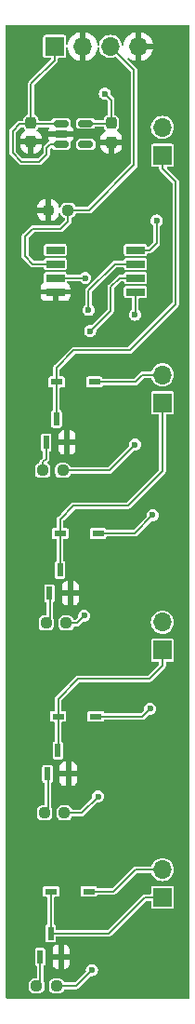
<source format=gbr>
%TF.GenerationSoftware,KiCad,Pcbnew,8.0.1*%
%TF.CreationDate,2025-01-22T20:34:06-07:00*%
%TF.ProjectId,VibrationBand,56696272-6174-4696-9f6e-42616e642e6b,rev?*%
%TF.SameCoordinates,Original*%
%TF.FileFunction,Copper,L1,Top*%
%TF.FilePolarity,Positive*%
%FSLAX46Y46*%
G04 Gerber Fmt 4.6, Leading zero omitted, Abs format (unit mm)*
G04 Created by KiCad (PCBNEW 8.0.1) date 2025-01-22 20:34:06*
%MOMM*%
%LPD*%
G01*
G04 APERTURE LIST*
G04 Aperture macros list*
%AMRoundRect*
0 Rectangle with rounded corners*
0 $1 Rounding radius*
0 $2 $3 $4 $5 $6 $7 $8 $9 X,Y pos of 4 corners*
0 Add a 4 corners polygon primitive as box body*
4,1,4,$2,$3,$4,$5,$6,$7,$8,$9,$2,$3,0*
0 Add four circle primitives for the rounded corners*
1,1,$1+$1,$2,$3*
1,1,$1+$1,$4,$5*
1,1,$1+$1,$6,$7*
1,1,$1+$1,$8,$9*
0 Add four rect primitives between the rounded corners*
20,1,$1+$1,$2,$3,$4,$5,0*
20,1,$1+$1,$4,$5,$6,$7,0*
20,1,$1+$1,$6,$7,$8,$9,0*
20,1,$1+$1,$8,$9,$2,$3,0*%
G04 Aperture macros list end*
%TA.AperFunction,SMDPad,CuDef*%
%ADD10RoundRect,0.237500X0.250000X0.237500X-0.250000X0.237500X-0.250000X-0.237500X0.250000X-0.237500X0*%
%TD*%
%TA.AperFunction,SMDPad,CuDef*%
%ADD11R,1.111200X0.600800*%
%TD*%
%TA.AperFunction,SMDPad,CuDef*%
%ADD12R,1.700000X0.650000*%
%TD*%
%TA.AperFunction,ComponentPad*%
%ADD13R,1.700000X1.700000*%
%TD*%
%TA.AperFunction,ComponentPad*%
%ADD14O,1.700000X1.700000*%
%TD*%
%TA.AperFunction,SMDPad,CuDef*%
%ADD15R,0.558800X1.219200*%
%TD*%
%TA.AperFunction,SMDPad,CuDef*%
%ADD16RoundRect,0.150000X-0.512500X-0.150000X0.512500X-0.150000X0.512500X0.150000X-0.512500X0.150000X0*%
%TD*%
%TA.AperFunction,SMDPad,CuDef*%
%ADD17RoundRect,0.237500X0.237500X-0.300000X0.237500X0.300000X-0.237500X0.300000X-0.237500X-0.300000X0*%
%TD*%
%TA.AperFunction,SMDPad,CuDef*%
%ADD18RoundRect,0.237500X-0.237500X0.300000X-0.237500X-0.300000X0.237500X-0.300000X0.237500X0.300000X0*%
%TD*%
%TA.AperFunction,SMDPad,CuDef*%
%ADD19RoundRect,0.237500X-0.250000X-0.237500X0.250000X-0.237500X0.250000X0.237500X-0.250000X0.237500X0*%
%TD*%
%TA.AperFunction,ViaPad*%
%ADD20C,0.600000*%
%TD*%
%TA.AperFunction,Conductor*%
%ADD21C,0.200000*%
%TD*%
G04 APERTURE END LIST*
D10*
%TO.P,R5,1*%
%TO.N,Net-(U1-XTAL2{slash}PB4)*%
X109355000Y-135540000D03*
%TO.P,R5,2*%
%TO.N,M4*%
X107530000Y-135540000D03*
%TD*%
%TO.P,R1,1*%
%TO.N,Net-(U1-AREF{slash}PB0)*%
X109910000Y-88670000D03*
%TO.P,R1,2*%
%TO.N,M1*%
X108085000Y-88670000D03*
%TD*%
D11*
%TO.P,D2,1,K*%
%TO.N,Vout*%
X113120000Y-94370000D03*
%TO.P,D2,2,A*%
%TO.N,Net-(D2-A)*%
X109670000Y-94370000D03*
%TD*%
D12*
%TO.P,U1,1,~{RESET}/PB5*%
%TO.N,unconnected-(U1-~{RESET}{slash}PB5-Pad1)*%
X109235000Y-68610000D03*
%TO.P,U1,2,XTAL1/PB3*%
%TO.N,BPW34*%
X109235000Y-69880000D03*
%TO.P,U1,3,XTAL2/PB4*%
%TO.N,Net-(U1-XTAL2{slash}PB4)*%
X109235000Y-71150000D03*
%TO.P,U1,4,GND*%
%TO.N,GND*%
X109235000Y-72420000D03*
%TO.P,U1,5,AREF/PB0*%
%TO.N,Net-(U1-AREF{slash}PB0)*%
X116535000Y-72420000D03*
%TO.P,U1,6,PB1*%
%TO.N,Net-(U1-PB1)*%
X116535000Y-71150000D03*
%TO.P,U1,7,PB2*%
%TO.N,Net-(U1-PB2)*%
X116535000Y-69880000D03*
%TO.P,U1,8,VCC*%
%TO.N,Vout*%
X116535000Y-68610000D03*
%TD*%
D13*
%TO.P,J6,1,Pin_1*%
%TO.N,Net-(D4-A)*%
X119000000Y-127500000D03*
D14*
%TO.P,J6,2,Pin_2*%
%TO.N,Vout*%
X119000000Y-124960000D03*
%TD*%
D11*
%TO.P,D4,1,K*%
%TO.N,Vout*%
X112280000Y-126950000D03*
%TO.P,D4,2,A*%
%TO.N,Net-(D4-A)*%
X108830000Y-126950000D03*
%TD*%
%TO.P,D3,1,K*%
%TO.N,Vout*%
X112930000Y-111030000D03*
%TO.P,D3,2,A*%
%TO.N,Net-(D3-A)*%
X109480000Y-111030000D03*
%TD*%
D13*
%TO.P,J7,1,Pin_1*%
%TO.N,Vcc*%
X109170000Y-50090000D03*
D14*
%TO.P,J7,2,Pin_2*%
%TO.N,GND*%
X111710000Y-50090000D03*
%TO.P,J7,3,Pin_3*%
%TO.N,BPW34*%
X114250000Y-50090000D03*
%TO.P,J7,4,Pin_4*%
%TO.N,GND*%
X116790000Y-50090000D03*
%TD*%
D13*
%TO.P,J5,1,Pin_1*%
%TO.N,Net-(D3-A)*%
X119000000Y-105000000D03*
D14*
%TO.P,J5,2,Pin_2*%
%TO.N,Vout*%
X119000000Y-102460000D03*
%TD*%
D15*
%TO.P,TR4,1*%
%TO.N,M4*%
X107849000Y-132896800D03*
%TO.P,TR4,2*%
%TO.N,GND*%
X109754000Y-132896800D03*
%TO.P,TR4,3*%
%TO.N,Net-(D4-A)*%
X108801500Y-130763200D03*
%TD*%
D13*
%TO.P,J2,1,Pin_1*%
%TO.N,Net-(D1-A)*%
X119000000Y-60000000D03*
D14*
%TO.P,J2,2,Pin_2*%
%TO.N,Vout*%
X119000000Y-57460000D03*
%TD*%
D10*
%TO.P,R3,1*%
%TO.N,Net-(U1-PB1)*%
X110230000Y-102550000D03*
%TO.P,R3,2*%
%TO.N,M2*%
X108405000Y-102550000D03*
%TD*%
D16*
%TO.P,U2,1,VIN*%
%TO.N,Vcc*%
X109740000Y-57100000D03*
%TO.P,U2,2,GND*%
%TO.N,GND*%
X109740000Y-58050000D03*
%TO.P,U2,3,EN*%
%TO.N,Vcc*%
X109740000Y-59000000D03*
%TO.P,U2,4,NC*%
%TO.N,unconnected-(U2-NC-Pad4)*%
X112015000Y-59000000D03*
%TO.P,U2,5,VOUT*%
%TO.N,Vout*%
X112015000Y-57100000D03*
%TD*%
D17*
%TO.P,C1,1*%
%TO.N,GND*%
X107010000Y-58777500D03*
%TO.P,C1,2*%
%TO.N,Vcc*%
X107010000Y-57052500D03*
%TD*%
D15*
%TO.P,TR1,1*%
%TO.N,M1*%
X108385000Y-86110000D03*
%TO.P,TR1,2*%
%TO.N,GND*%
X110290000Y-86110000D03*
%TO.P,TR1,3*%
%TO.N,Net-(D1-A)*%
X109337500Y-83976400D03*
%TD*%
%TO.P,TR3,1*%
%TO.N,M3*%
X108515000Y-116250000D03*
%TO.P,TR3,2*%
%TO.N,GND*%
X110420000Y-116250000D03*
%TO.P,TR3,3*%
%TO.N,Net-(D3-A)*%
X109467500Y-114116400D03*
%TD*%
D10*
%TO.P,R4,1*%
%TO.N,Net-(U1-PB2)*%
X110070000Y-119810000D03*
%TO.P,R4,2*%
%TO.N,M3*%
X108245000Y-119810000D03*
%TD*%
D18*
%TO.P,C2,1*%
%TO.N,Vout*%
X114330000Y-57072500D03*
%TO.P,C2,2*%
%TO.N,GND*%
X114330000Y-58797500D03*
%TD*%
D19*
%TO.P,R2,1*%
%TO.N,GND*%
X108570000Y-64990000D03*
%TO.P,R2,2*%
%TO.N,BPW34*%
X110395000Y-64990000D03*
%TD*%
D13*
%TO.P,J4,1,Pin_1*%
%TO.N,Net-(D2-A)*%
X119000000Y-82500000D03*
D14*
%TO.P,J4,2,Pin_2*%
%TO.N,Vout*%
X119000000Y-79960000D03*
%TD*%
D11*
%TO.P,D1,1,K*%
%TO.N,Vout*%
X112790000Y-80620000D03*
%TO.P,D1,2,A*%
%TO.N,Net-(D1-A)*%
X109340000Y-80620000D03*
%TD*%
D15*
%TO.P,TR2,1*%
%TO.N,M2*%
X108699000Y-99826800D03*
%TO.P,TR2,2*%
%TO.N,GND*%
X110604000Y-99826800D03*
%TO.P,TR2,3*%
%TO.N,Net-(D2-A)*%
X109651500Y-97693200D03*
%TD*%
D20*
%TO.N,Vout*%
X118110000Y-92730000D03*
X113740000Y-54400000D03*
X118480000Y-65940000D03*
X117870000Y-110330000D03*
%TO.N,Net-(U1-AREF{slash}PB0)*%
X116490000Y-74490000D03*
X116500000Y-86310000D03*
%TO.N,Net-(U1-PB1)*%
X112410000Y-76000000D03*
X111870000Y-101880000D03*
%TO.N,Net-(U1-PB2)*%
X112260000Y-74060000D03*
X113130000Y-118330000D03*
%TO.N,Net-(U1-XTAL2{slash}PB4)*%
X111960000Y-71150000D03*
X112570000Y-134110000D03*
%TD*%
D21*
%TO.N,Vcc*%
X109170000Y-51350000D02*
X109170000Y-50090000D01*
X108200000Y-57140000D02*
X108310000Y-57140000D01*
X109700000Y-57140000D02*
X109740000Y-57100000D01*
X108460000Y-59890000D02*
X107780000Y-60570000D01*
X105340000Y-59770000D02*
X105340000Y-57780000D01*
X105980000Y-57140000D02*
X107010000Y-57140000D01*
X107010000Y-57140000D02*
X107010000Y-53510000D01*
X106140000Y-60570000D02*
X105340000Y-59770000D01*
X107010000Y-53510000D02*
X109170000Y-51350000D01*
X109740000Y-59000000D02*
X108780000Y-59000000D01*
X108460000Y-59320000D02*
X108460000Y-59890000D01*
X107010000Y-57140000D02*
X108200000Y-57140000D01*
X105340000Y-57780000D02*
X105980000Y-57140000D01*
X108780000Y-59000000D02*
X108460000Y-59320000D01*
X108310000Y-57140000D02*
X109700000Y-57140000D01*
X107780000Y-60570000D02*
X106140000Y-60570000D01*
%TO.N,Vout*%
X116470000Y-94370000D02*
X118110000Y-92730000D01*
X118480000Y-65940000D02*
X118480000Y-67960000D01*
X114270000Y-57100000D02*
X114330000Y-57160000D01*
X112790000Y-80620000D02*
X116510000Y-80620000D01*
X114330000Y-54990000D02*
X113740000Y-54400000D01*
X114540000Y-126950000D02*
X116530000Y-124960000D01*
X114330000Y-57160000D02*
X114330000Y-54990000D01*
X116530000Y-124960000D02*
X119000000Y-124960000D01*
X112280000Y-126950000D02*
X114540000Y-126950000D01*
X112930000Y-111030000D02*
X117170000Y-111030000D01*
X112015000Y-57100000D02*
X114270000Y-57100000D01*
X117170000Y-79960000D02*
X119000000Y-79960000D01*
X117830000Y-68610000D02*
X116535000Y-68610000D01*
X118480000Y-67960000D02*
X117830000Y-68610000D01*
X113120000Y-94370000D02*
X116470000Y-94370000D01*
X117170000Y-111030000D02*
X117870000Y-110330000D01*
X116510000Y-80620000D02*
X117170000Y-79960000D01*
%TO.N,BPW34*%
X112300000Y-64990000D02*
X116400000Y-60890000D01*
X110395000Y-64990000D02*
X110395000Y-66005000D01*
X110395000Y-66005000D02*
X109720000Y-66680000D01*
X110395000Y-64990000D02*
X112300000Y-64990000D01*
X116400000Y-52240000D02*
X114250000Y-50090000D01*
X106470000Y-67370000D02*
X106470000Y-69170000D01*
X109720000Y-66680000D02*
X107160000Y-66680000D01*
X116400000Y-60890000D02*
X116400000Y-52240000D01*
X107160000Y-66680000D02*
X106470000Y-67370000D01*
X107180000Y-69880000D02*
X109235000Y-69880000D01*
X106470000Y-69170000D02*
X107180000Y-69880000D01*
%TO.N,M1*%
X108400000Y-88670000D02*
X108440000Y-88630000D01*
X108440000Y-86165000D02*
X108385000Y-86110000D01*
X108385000Y-87605000D02*
X108385000Y-86110000D01*
X108085000Y-88670000D02*
X108085000Y-87905000D01*
X108085000Y-87905000D02*
X108385000Y-87605000D01*
%TO.N,Net-(U1-AREF{slash}PB0)*%
X109595000Y-88670000D02*
X114140000Y-88670000D01*
X116490000Y-74490000D02*
X116535000Y-74445000D01*
X114140000Y-88670000D02*
X116500000Y-86310000D01*
X116535000Y-74445000D02*
X116535000Y-72420000D01*
%TO.N,Net-(U1-PB1)*%
X111200000Y-102550000D02*
X111870000Y-101880000D01*
X112410000Y-76000000D02*
X114290000Y-74120000D01*
X109915000Y-102550000D02*
X111200000Y-102550000D01*
X115130000Y-71150000D02*
X116535000Y-71150000D01*
X114290000Y-71990000D02*
X115130000Y-71150000D01*
X114290000Y-74120000D02*
X114290000Y-71990000D01*
%TO.N,M2*%
X108720000Y-102550000D02*
X108720000Y-99847800D01*
X108720000Y-99847800D02*
X108699000Y-99826800D01*
%TO.N,M3*%
X108560000Y-116295000D02*
X108515000Y-116250000D01*
X108560000Y-119810000D02*
X108560000Y-116295000D01*
%TO.N,Net-(U1-PB2)*%
X114650000Y-69880000D02*
X116535000Y-69880000D01*
X112260000Y-74060000D02*
X112260000Y-72270000D01*
X112260000Y-72270000D02*
X114650000Y-69880000D01*
X111650000Y-119810000D02*
X113130000Y-118330000D01*
X109755000Y-119810000D02*
X111650000Y-119810000D01*
%TO.N,M4*%
X107845000Y-132900800D02*
X107849000Y-132896800D01*
X107845000Y-135540000D02*
X107845000Y-132900800D01*
%TO.N,Net-(U1-XTAL2{slash}PB4)*%
X109040000Y-135540000D02*
X111140000Y-135540000D01*
X111140000Y-135540000D02*
X112570000Y-134110000D01*
X111960000Y-71150000D02*
X109235000Y-71150000D01*
%TO.N,unconnected-(U1-~{RESET}{slash}PB5-Pad1)*%
X109315000Y-68690000D02*
X109235000Y-68610000D01*
%TO.N,Net-(D1-A)*%
X109337500Y-80622500D02*
X109340000Y-80620000D01*
X116000000Y-77740000D02*
X120210000Y-73530000D01*
X110900000Y-77740000D02*
X116000000Y-77740000D01*
X120210000Y-73530000D02*
X120210000Y-62390000D01*
X120210000Y-62390000D02*
X119000000Y-61180000D01*
X119000000Y-61180000D02*
X119000000Y-60000000D01*
X109337500Y-83976400D02*
X109337500Y-80622500D01*
X109340000Y-79300000D02*
X110900000Y-77740000D01*
X109340000Y-80620000D02*
X109340000Y-79300000D01*
%TO.N,Net-(D2-A)*%
X110900000Y-91860000D02*
X115850000Y-91860000D01*
X109670000Y-94370000D02*
X109670000Y-93090000D01*
X109651500Y-97693200D02*
X109651500Y-94388500D01*
X119000000Y-88710000D02*
X119000000Y-82500000D01*
X115850000Y-91860000D02*
X119000000Y-88710000D01*
X109651500Y-94388500D02*
X109670000Y-94370000D01*
X109670000Y-93090000D02*
X110900000Y-91860000D01*
%TO.N,Net-(D3-A)*%
X109480000Y-114103900D02*
X109467500Y-114116400D01*
X111290000Y-107610000D02*
X117810000Y-107610000D01*
X119000000Y-106420000D02*
X119000000Y-105000000D01*
X109480000Y-111030000D02*
X109480000Y-114103900D01*
X117810000Y-107610000D02*
X119000000Y-106420000D01*
X109480000Y-111030000D02*
X109480000Y-109420000D01*
X109480000Y-109420000D02*
X111290000Y-107610000D01*
%TO.N,Net-(D4-A)*%
X108801500Y-130763200D02*
X108801500Y-126978500D01*
X114106800Y-130763200D02*
X108801500Y-130763200D01*
X119000000Y-127500000D02*
X117370000Y-127500000D01*
X108801500Y-126978500D02*
X108830000Y-126950000D01*
X117370000Y-127500000D02*
X114106800Y-130763200D01*
%TD*%
%TA.AperFunction,Conductor*%
%TO.N,GND*%
G36*
X121422638Y-48178093D02*
G01*
X121448358Y-48222642D01*
X121449500Y-48235700D01*
X121449500Y-136614300D01*
X121431907Y-136662638D01*
X121387358Y-136688358D01*
X121374300Y-136689500D01*
X104785700Y-136689500D01*
X104737362Y-136671907D01*
X104711642Y-136627358D01*
X104710500Y-136614300D01*
X104710500Y-135830264D01*
X106842000Y-135830264D01*
X106844774Y-135859842D01*
X106844775Y-135859849D01*
X106844776Y-135859851D01*
X106888382Y-135984472D01*
X106888384Y-135984475D01*
X106966789Y-136090711D01*
X107073024Y-136169115D01*
X107073027Y-136169117D01*
X107102942Y-136179584D01*
X107197651Y-136212725D01*
X107227235Y-136215499D01*
X107227238Y-136215500D01*
X107227244Y-136215500D01*
X107832762Y-136215500D01*
X107832763Y-136215499D01*
X107862349Y-136212725D01*
X107986975Y-136169116D01*
X108093211Y-136090711D01*
X108171616Y-135984475D01*
X108215225Y-135859849D01*
X108217999Y-135830264D01*
X108667000Y-135830264D01*
X108669774Y-135859842D01*
X108669775Y-135859849D01*
X108669776Y-135859851D01*
X108713382Y-135984472D01*
X108713384Y-135984475D01*
X108791789Y-136090711D01*
X108898024Y-136169115D01*
X108898027Y-136169117D01*
X108927942Y-136179584D01*
X109022651Y-136212725D01*
X109052235Y-136215499D01*
X109052238Y-136215500D01*
X109052244Y-136215500D01*
X109657762Y-136215500D01*
X109657763Y-136215499D01*
X109687349Y-136212725D01*
X109811975Y-136169116D01*
X109918211Y-136090711D01*
X109996616Y-135984475D01*
X110029373Y-135890861D01*
X110061943Y-135851049D01*
X110100352Y-135840500D01*
X111179560Y-135840500D01*
X111179562Y-135840500D01*
X111255989Y-135820021D01*
X111324511Y-135780460D01*
X111380460Y-135724511D01*
X112428654Y-134676315D01*
X112475273Y-134654576D01*
X112491637Y-134654932D01*
X112570000Y-134665250D01*
X112713709Y-134646330D01*
X112847625Y-134590861D01*
X112962621Y-134502621D01*
X113050861Y-134387625D01*
X113106330Y-134253709D01*
X113125250Y-134110000D01*
X113106330Y-133966291D01*
X113050861Y-133832375D01*
X113050860Y-133832374D01*
X113050860Y-133832373D01*
X112962621Y-133717378D01*
X112847626Y-133629139D01*
X112752936Y-133589918D01*
X112713709Y-133573670D01*
X112570000Y-133554750D01*
X112426291Y-133573670D01*
X112426288Y-133573670D01*
X112426288Y-133573671D01*
X112292373Y-133629139D01*
X112177378Y-133717378D01*
X112089139Y-133832373D01*
X112040521Y-133949750D01*
X112033670Y-133966291D01*
X112014750Y-134110000D01*
X112025065Y-134188356D01*
X112013931Y-134238577D01*
X112003682Y-134251345D01*
X111037555Y-135217474D01*
X110990935Y-135239214D01*
X110984381Y-135239500D01*
X110100352Y-135239500D01*
X110052014Y-135221907D01*
X110029373Y-135189138D01*
X109996616Y-135095525D01*
X109918211Y-134989289D01*
X109811975Y-134910884D01*
X109811972Y-134910882D01*
X109717266Y-134877743D01*
X109687349Y-134867275D01*
X109687344Y-134867274D01*
X109687342Y-134867274D01*
X109657764Y-134864500D01*
X109657756Y-134864500D01*
X109052244Y-134864500D01*
X109052235Y-134864500D01*
X109022657Y-134867274D01*
X109022653Y-134867274D01*
X109022651Y-134867275D01*
X109022648Y-134867275D01*
X109022648Y-134867276D01*
X108898027Y-134910882D01*
X108898024Y-134910884D01*
X108791789Y-134989289D01*
X108713384Y-135095524D01*
X108713382Y-135095527D01*
X108669776Y-135220148D01*
X108669774Y-135220157D01*
X108667000Y-135249735D01*
X108667000Y-135830264D01*
X108217999Y-135830264D01*
X108217999Y-135830263D01*
X108218000Y-135830262D01*
X108218000Y-135249738D01*
X108217999Y-135249735D01*
X108217039Y-135239500D01*
X108215225Y-135220151D01*
X108171616Y-135095525D01*
X108160192Y-135080046D01*
X108145500Y-135035393D01*
X108145500Y-133769141D01*
X108163093Y-133720803D01*
X108200114Y-133698889D01*
X108199788Y-133698101D01*
X108205312Y-133695812D01*
X108206033Y-133695385D01*
X108206631Y-133695267D01*
X108272952Y-133650952D01*
X108317267Y-133584631D01*
X108328900Y-133526148D01*
X108328900Y-133146800D01*
X108974600Y-133146800D01*
X108974600Y-133554231D01*
X108981001Y-133613774D01*
X108981002Y-133613777D01*
X109031248Y-133748490D01*
X109031249Y-133748492D01*
X109117410Y-133863589D01*
X109232507Y-133949750D01*
X109232509Y-133949751D01*
X109367222Y-133999997D01*
X109367225Y-133999998D01*
X109426768Y-134006399D01*
X109426780Y-134006400D01*
X109504000Y-134006400D01*
X109504000Y-133146800D01*
X110004000Y-133146800D01*
X110004000Y-134006400D01*
X110081220Y-134006400D01*
X110081231Y-134006399D01*
X110140774Y-133999998D01*
X110140777Y-133999997D01*
X110275490Y-133949751D01*
X110275492Y-133949750D01*
X110390589Y-133863589D01*
X110476750Y-133748492D01*
X110476751Y-133748490D01*
X110526997Y-133613777D01*
X110526998Y-133613774D01*
X110533399Y-133554231D01*
X110533400Y-133554220D01*
X110533400Y-133146800D01*
X110004000Y-133146800D01*
X109504000Y-133146800D01*
X108974600Y-133146800D01*
X108328900Y-133146800D01*
X108328900Y-132646800D01*
X108974600Y-132646800D01*
X109504000Y-132646800D01*
X109504000Y-131787200D01*
X110004000Y-131787200D01*
X110004000Y-132646800D01*
X110533400Y-132646800D01*
X110533400Y-132239380D01*
X110533399Y-132239368D01*
X110526998Y-132179825D01*
X110526997Y-132179822D01*
X110476751Y-132045109D01*
X110476750Y-132045107D01*
X110390589Y-131930010D01*
X110275492Y-131843849D01*
X110275490Y-131843848D01*
X110140777Y-131793602D01*
X110140774Y-131793601D01*
X110081231Y-131787200D01*
X110004000Y-131787200D01*
X109504000Y-131787200D01*
X109426768Y-131787200D01*
X109367225Y-131793601D01*
X109367222Y-131793602D01*
X109232509Y-131843848D01*
X109232507Y-131843849D01*
X109117410Y-131930010D01*
X109031249Y-132045107D01*
X109031248Y-132045109D01*
X108981002Y-132179822D01*
X108981001Y-132179825D01*
X108974600Y-132239368D01*
X108974600Y-132646800D01*
X108328900Y-132646800D01*
X108328900Y-132267452D01*
X108317267Y-132208969D01*
X108272952Y-132142648D01*
X108206631Y-132098333D01*
X108206629Y-132098332D01*
X108148149Y-132086700D01*
X108148148Y-132086700D01*
X107549852Y-132086700D01*
X107549851Y-132086700D01*
X107491370Y-132098332D01*
X107491368Y-132098333D01*
X107425048Y-132142648D01*
X107380733Y-132208968D01*
X107380732Y-132208970D01*
X107369100Y-132267451D01*
X107369100Y-133526148D01*
X107380732Y-133584629D01*
X107380733Y-133584631D01*
X107425048Y-133650952D01*
X107491369Y-133695267D01*
X107491374Y-133695268D01*
X107498076Y-133698044D01*
X107536002Y-133732796D01*
X107544500Y-133767521D01*
X107544500Y-134789300D01*
X107526907Y-134837638D01*
X107482358Y-134863358D01*
X107469300Y-134864500D01*
X107227235Y-134864500D01*
X107197657Y-134867274D01*
X107197653Y-134867274D01*
X107197651Y-134867275D01*
X107197648Y-134867275D01*
X107197648Y-134867276D01*
X107073027Y-134910882D01*
X107073024Y-134910884D01*
X106966789Y-134989289D01*
X106888384Y-135095524D01*
X106888382Y-135095527D01*
X106844776Y-135220148D01*
X106844774Y-135220157D01*
X106842000Y-135249735D01*
X106842000Y-135830264D01*
X104710500Y-135830264D01*
X104710500Y-127270148D01*
X108073900Y-127270148D01*
X108085532Y-127328629D01*
X108085533Y-127328631D01*
X108129848Y-127394952D01*
X108196169Y-127439267D01*
X108225410Y-127445083D01*
X108254651Y-127450900D01*
X108254652Y-127450900D01*
X108425800Y-127450900D01*
X108474138Y-127468493D01*
X108499858Y-127513042D01*
X108501000Y-127526100D01*
X108501000Y-129891653D01*
X108483407Y-129939991D01*
X108449865Y-129959851D01*
X108450713Y-129961898D01*
X108443870Y-129964732D01*
X108377548Y-130009048D01*
X108333233Y-130075368D01*
X108333232Y-130075370D01*
X108321600Y-130133851D01*
X108321600Y-131392548D01*
X108333232Y-131451029D01*
X108333233Y-131451031D01*
X108377548Y-131517352D01*
X108443869Y-131561667D01*
X108473110Y-131567483D01*
X108502351Y-131573300D01*
X108502352Y-131573300D01*
X109100649Y-131573300D01*
X109120142Y-131569422D01*
X109159131Y-131561667D01*
X109225452Y-131517352D01*
X109269767Y-131451031D01*
X109281400Y-131392548D01*
X109281400Y-131138900D01*
X109298993Y-131090562D01*
X109343542Y-131064842D01*
X109356600Y-131063700D01*
X114146360Y-131063700D01*
X114146362Y-131063700D01*
X114222789Y-131043221D01*
X114291311Y-131003660D01*
X114347260Y-130947711D01*
X117472445Y-127822526D01*
X117519065Y-127800786D01*
X117525619Y-127800500D01*
X117874300Y-127800500D01*
X117922638Y-127818093D01*
X117948358Y-127862642D01*
X117949500Y-127875700D01*
X117949500Y-128369748D01*
X117961132Y-128428229D01*
X117961133Y-128428231D01*
X118005448Y-128494552D01*
X118071769Y-128538867D01*
X118101010Y-128544683D01*
X118130251Y-128550500D01*
X118130252Y-128550500D01*
X119869749Y-128550500D01*
X119889242Y-128546622D01*
X119928231Y-128538867D01*
X119994552Y-128494552D01*
X120038867Y-128428231D01*
X120050500Y-128369748D01*
X120050500Y-126630252D01*
X120050420Y-126629852D01*
X120038867Y-126571770D01*
X120038866Y-126571768D01*
X120038600Y-126571370D01*
X119994552Y-126505448D01*
X119928231Y-126461133D01*
X119928229Y-126461132D01*
X119869749Y-126449500D01*
X119869748Y-126449500D01*
X118130252Y-126449500D01*
X118130251Y-126449500D01*
X118071770Y-126461132D01*
X118071768Y-126461133D01*
X118005448Y-126505448D01*
X117961133Y-126571768D01*
X117961132Y-126571770D01*
X117949500Y-126630251D01*
X117949500Y-127124300D01*
X117931907Y-127172638D01*
X117887358Y-127198358D01*
X117874300Y-127199500D01*
X117409562Y-127199500D01*
X117330438Y-127199500D01*
X117254012Y-127219978D01*
X117254004Y-127219981D01*
X117185488Y-127259539D01*
X114004355Y-130440674D01*
X113957735Y-130462414D01*
X113951181Y-130462700D01*
X109356600Y-130462700D01*
X109308262Y-130445107D01*
X109282542Y-130400558D01*
X109281400Y-130387500D01*
X109281400Y-130133851D01*
X109269767Y-130075370D01*
X109269766Y-130075368D01*
X109225452Y-130009048D01*
X109159131Y-129964733D01*
X109159130Y-129964732D01*
X109159129Y-129964732D01*
X109152287Y-129961898D01*
X109153181Y-129959739D01*
X109118543Y-129938711D01*
X109102000Y-129891653D01*
X109102000Y-127526100D01*
X109119593Y-127477762D01*
X109164142Y-127452042D01*
X109177200Y-127450900D01*
X109405349Y-127450900D01*
X109424842Y-127447022D01*
X109463831Y-127439267D01*
X109530152Y-127394952D01*
X109574467Y-127328631D01*
X109586100Y-127270148D01*
X111523900Y-127270148D01*
X111535532Y-127328629D01*
X111535533Y-127328631D01*
X111579848Y-127394952D01*
X111646169Y-127439267D01*
X111675410Y-127445083D01*
X111704651Y-127450900D01*
X111704652Y-127450900D01*
X112855349Y-127450900D01*
X112874842Y-127447022D01*
X112913831Y-127439267D01*
X112980152Y-127394952D01*
X113024467Y-127328631D01*
X113027968Y-127311029D01*
X113054653Y-127267053D01*
X113101723Y-127250500D01*
X114579560Y-127250500D01*
X114579562Y-127250500D01*
X114655989Y-127230021D01*
X114724511Y-127190460D01*
X114780460Y-127134511D01*
X116632445Y-125282526D01*
X116679065Y-125260786D01*
X116685619Y-125260500D01*
X117937613Y-125260500D01*
X117985951Y-125278093D01*
X118009575Y-125313871D01*
X118024765Y-125363947D01*
X118024770Y-125363959D01*
X118122312Y-125546445D01*
X118122315Y-125546450D01*
X118253590Y-125706410D01*
X118413550Y-125837685D01*
X118596046Y-125935232D01*
X118596050Y-125935233D01*
X118596052Y-125935234D01*
X118669778Y-125957598D01*
X118794066Y-125995300D01*
X119000000Y-126015583D01*
X119205934Y-125995300D01*
X119403954Y-125935232D01*
X119586450Y-125837685D01*
X119746410Y-125706410D01*
X119877685Y-125546450D01*
X119975232Y-125363954D01*
X120035300Y-125165934D01*
X120055583Y-124960000D01*
X120035300Y-124754066D01*
X119975232Y-124556046D01*
X119877685Y-124373550D01*
X119746410Y-124213590D01*
X119586450Y-124082315D01*
X119586445Y-124082312D01*
X119403959Y-123984770D01*
X119403947Y-123984765D01*
X119205932Y-123924699D01*
X119000000Y-123904417D01*
X118794067Y-123924699D01*
X118596052Y-123984765D01*
X118596040Y-123984770D01*
X118413554Y-124082312D01*
X118413549Y-124082315D01*
X118253590Y-124213590D01*
X118122315Y-124373549D01*
X118122312Y-124373554D01*
X118024770Y-124556040D01*
X118024765Y-124556052D01*
X118009575Y-124606129D01*
X117978708Y-124647278D01*
X117937613Y-124659500D01*
X116490438Y-124659500D01*
X116452224Y-124669739D01*
X116414009Y-124679979D01*
X116345490Y-124719539D01*
X116345484Y-124719543D01*
X114437555Y-126627474D01*
X114390935Y-126649214D01*
X114384381Y-126649500D01*
X113101723Y-126649500D01*
X113053385Y-126631907D01*
X113027968Y-126588970D01*
X113024467Y-126571369D01*
X112980152Y-126505048D01*
X112913831Y-126460733D01*
X112913829Y-126460732D01*
X112855349Y-126449100D01*
X112855348Y-126449100D01*
X111704652Y-126449100D01*
X111704651Y-126449100D01*
X111646170Y-126460732D01*
X111646168Y-126460733D01*
X111579848Y-126505048D01*
X111535533Y-126571368D01*
X111535532Y-126571370D01*
X111523900Y-126629851D01*
X111523900Y-127270148D01*
X109586100Y-127270148D01*
X109586100Y-126629852D01*
X109574467Y-126571369D01*
X109530152Y-126505048D01*
X109463831Y-126460733D01*
X109463829Y-126460732D01*
X109405349Y-126449100D01*
X109405348Y-126449100D01*
X108254652Y-126449100D01*
X108254651Y-126449100D01*
X108196170Y-126460732D01*
X108196168Y-126460733D01*
X108129848Y-126505048D01*
X108085533Y-126571368D01*
X108085532Y-126571370D01*
X108073900Y-126629851D01*
X108073900Y-127270148D01*
X104710500Y-127270148D01*
X104710500Y-120100264D01*
X107557000Y-120100264D01*
X107559774Y-120129842D01*
X107559775Y-120129849D01*
X107559776Y-120129851D01*
X107603382Y-120254472D01*
X107603384Y-120254475D01*
X107681789Y-120360711D01*
X107788024Y-120439115D01*
X107788027Y-120439117D01*
X107817942Y-120449584D01*
X107912651Y-120482725D01*
X107942235Y-120485499D01*
X107942238Y-120485500D01*
X107942244Y-120485500D01*
X108547762Y-120485500D01*
X108547763Y-120485499D01*
X108577349Y-120482725D01*
X108701975Y-120439116D01*
X108808211Y-120360711D01*
X108886616Y-120254475D01*
X108930225Y-120129849D01*
X108932999Y-120100264D01*
X109382000Y-120100264D01*
X109384774Y-120129842D01*
X109384775Y-120129849D01*
X109384776Y-120129851D01*
X109428382Y-120254472D01*
X109428384Y-120254475D01*
X109506789Y-120360711D01*
X109613024Y-120439115D01*
X109613027Y-120439117D01*
X109642942Y-120449584D01*
X109737651Y-120482725D01*
X109767235Y-120485499D01*
X109767238Y-120485500D01*
X109767244Y-120485500D01*
X110372762Y-120485500D01*
X110372763Y-120485499D01*
X110402349Y-120482725D01*
X110526975Y-120439116D01*
X110633211Y-120360711D01*
X110711616Y-120254475D01*
X110744373Y-120160861D01*
X110776943Y-120121049D01*
X110815352Y-120110500D01*
X111689560Y-120110500D01*
X111689562Y-120110500D01*
X111765989Y-120090021D01*
X111834511Y-120050460D01*
X111890460Y-119994511D01*
X112988654Y-118896315D01*
X113035273Y-118874576D01*
X113051637Y-118874932D01*
X113130000Y-118885250D01*
X113273709Y-118866330D01*
X113407625Y-118810861D01*
X113522621Y-118722621D01*
X113610861Y-118607625D01*
X113666330Y-118473709D01*
X113685250Y-118330000D01*
X113666330Y-118186291D01*
X113610861Y-118052375D01*
X113610860Y-118052374D01*
X113610860Y-118052373D01*
X113522621Y-117937378D01*
X113407626Y-117849139D01*
X113273711Y-117793671D01*
X113273709Y-117793670D01*
X113130000Y-117774750D01*
X112986291Y-117793670D01*
X112986288Y-117793670D01*
X112986288Y-117793671D01*
X112852373Y-117849139D01*
X112737378Y-117937378D01*
X112649139Y-118052373D01*
X112593671Y-118186288D01*
X112593670Y-118186291D01*
X112574750Y-118330000D01*
X112585065Y-118408356D01*
X112573931Y-118458577D01*
X112563682Y-118471345D01*
X111547555Y-119487474D01*
X111500935Y-119509214D01*
X111494381Y-119509500D01*
X110815352Y-119509500D01*
X110767014Y-119491907D01*
X110744373Y-119459138D01*
X110711616Y-119365525D01*
X110633211Y-119259289D01*
X110526975Y-119180884D01*
X110526972Y-119180882D01*
X110432266Y-119147743D01*
X110402349Y-119137275D01*
X110402344Y-119137274D01*
X110402342Y-119137274D01*
X110372764Y-119134500D01*
X110372756Y-119134500D01*
X109767244Y-119134500D01*
X109767235Y-119134500D01*
X109737657Y-119137274D01*
X109737653Y-119137274D01*
X109737651Y-119137275D01*
X109737648Y-119137275D01*
X109737648Y-119137276D01*
X109613027Y-119180882D01*
X109613024Y-119180884D01*
X109506789Y-119259289D01*
X109428384Y-119365524D01*
X109428382Y-119365527D01*
X109384776Y-119490148D01*
X109384774Y-119490157D01*
X109382000Y-119519735D01*
X109382000Y-120100264D01*
X108932999Y-120100264D01*
X108932999Y-120100263D01*
X108933000Y-120100262D01*
X108933000Y-119519738D01*
X108932999Y-119519735D01*
X108932039Y-119509500D01*
X108930225Y-119490151D01*
X108886616Y-119365525D01*
X108875192Y-119350046D01*
X108860500Y-119305393D01*
X108860500Y-117096767D01*
X108878093Y-117048429D01*
X108893921Y-117034241D01*
X108938952Y-117004152D01*
X108983267Y-116937831D01*
X108994900Y-116879348D01*
X108994900Y-116500000D01*
X109640600Y-116500000D01*
X109640600Y-116907431D01*
X109647001Y-116966974D01*
X109647002Y-116966977D01*
X109697248Y-117101690D01*
X109697249Y-117101692D01*
X109783410Y-117216789D01*
X109898507Y-117302950D01*
X109898509Y-117302951D01*
X110033222Y-117353197D01*
X110033225Y-117353198D01*
X110092768Y-117359599D01*
X110092780Y-117359600D01*
X110170000Y-117359600D01*
X110170000Y-116500000D01*
X110670000Y-116500000D01*
X110670000Y-117359600D01*
X110747220Y-117359600D01*
X110747231Y-117359599D01*
X110806774Y-117353198D01*
X110806777Y-117353197D01*
X110941490Y-117302951D01*
X110941492Y-117302950D01*
X111056589Y-117216789D01*
X111142750Y-117101692D01*
X111142751Y-117101690D01*
X111192997Y-116966977D01*
X111192998Y-116966974D01*
X111199399Y-116907431D01*
X111199400Y-116907420D01*
X111199400Y-116500000D01*
X110670000Y-116500000D01*
X110170000Y-116500000D01*
X109640600Y-116500000D01*
X108994900Y-116500000D01*
X108994900Y-116000000D01*
X109640600Y-116000000D01*
X110170000Y-116000000D01*
X110170000Y-115140400D01*
X110670000Y-115140400D01*
X110670000Y-116000000D01*
X111199400Y-116000000D01*
X111199400Y-115592580D01*
X111199399Y-115592568D01*
X111192998Y-115533025D01*
X111192997Y-115533022D01*
X111142751Y-115398309D01*
X111142750Y-115398307D01*
X111056589Y-115283210D01*
X110941492Y-115197049D01*
X110941490Y-115197048D01*
X110806777Y-115146802D01*
X110806774Y-115146801D01*
X110747231Y-115140400D01*
X110670000Y-115140400D01*
X110170000Y-115140400D01*
X110092768Y-115140400D01*
X110033225Y-115146801D01*
X110033222Y-115146802D01*
X109898509Y-115197048D01*
X109898507Y-115197049D01*
X109783410Y-115283210D01*
X109697249Y-115398307D01*
X109697248Y-115398309D01*
X109647002Y-115533022D01*
X109647001Y-115533025D01*
X109640600Y-115592568D01*
X109640600Y-116000000D01*
X108994900Y-116000000D01*
X108994900Y-115620652D01*
X108983267Y-115562169D01*
X108938952Y-115495848D01*
X108872631Y-115451533D01*
X108872629Y-115451532D01*
X108814149Y-115439900D01*
X108814148Y-115439900D01*
X108215852Y-115439900D01*
X108215851Y-115439900D01*
X108157370Y-115451532D01*
X108157368Y-115451533D01*
X108091048Y-115495848D01*
X108046733Y-115562168D01*
X108046732Y-115562170D01*
X108035100Y-115620651D01*
X108035100Y-116879348D01*
X108046732Y-116937829D01*
X108046733Y-116937831D01*
X108091048Y-117004152D01*
X108157369Y-117048467D01*
X108198971Y-117056742D01*
X108242947Y-117083427D01*
X108259500Y-117130497D01*
X108259500Y-119059300D01*
X108241907Y-119107638D01*
X108197358Y-119133358D01*
X108184300Y-119134500D01*
X107942235Y-119134500D01*
X107912657Y-119137274D01*
X107912653Y-119137274D01*
X107912651Y-119137275D01*
X107912648Y-119137275D01*
X107912648Y-119137276D01*
X107788027Y-119180882D01*
X107788024Y-119180884D01*
X107681789Y-119259289D01*
X107603384Y-119365524D01*
X107603382Y-119365527D01*
X107559776Y-119490148D01*
X107559774Y-119490157D01*
X107557000Y-119519735D01*
X107557000Y-120100264D01*
X104710500Y-120100264D01*
X104710500Y-111350148D01*
X108723900Y-111350148D01*
X108735532Y-111408629D01*
X108735533Y-111408631D01*
X108779848Y-111474952D01*
X108846169Y-111519267D01*
X108875410Y-111525083D01*
X108904651Y-111530900D01*
X108904652Y-111530900D01*
X109104300Y-111530900D01*
X109152638Y-111548493D01*
X109178358Y-111593042D01*
X109179500Y-111606100D01*
X109179500Y-113242367D01*
X109161907Y-113290705D01*
X109118973Y-113316122D01*
X109109870Y-113317932D01*
X109109868Y-113317933D01*
X109043548Y-113362248D01*
X108999233Y-113428568D01*
X108999232Y-113428570D01*
X108987600Y-113487051D01*
X108987600Y-114745748D01*
X108999232Y-114804229D01*
X108999233Y-114804231D01*
X109043548Y-114870552D01*
X109109869Y-114914867D01*
X109139110Y-114920683D01*
X109168351Y-114926500D01*
X109168352Y-114926500D01*
X109766649Y-114926500D01*
X109786142Y-114922622D01*
X109825131Y-114914867D01*
X109891452Y-114870552D01*
X109935767Y-114804231D01*
X109947400Y-114745748D01*
X109947400Y-113487052D01*
X109935767Y-113428569D01*
X109891452Y-113362248D01*
X109825131Y-113317933D01*
X109825130Y-113317932D01*
X109818972Y-113313818D01*
X109819977Y-113312312D01*
X109788994Y-113283918D01*
X109780500Y-113249199D01*
X109780500Y-111606100D01*
X109798093Y-111557762D01*
X109842642Y-111532042D01*
X109855700Y-111530900D01*
X110055349Y-111530900D01*
X110074842Y-111527022D01*
X110113831Y-111519267D01*
X110180152Y-111474952D01*
X110224467Y-111408631D01*
X110236100Y-111350148D01*
X112173900Y-111350148D01*
X112185532Y-111408629D01*
X112185533Y-111408631D01*
X112229848Y-111474952D01*
X112296169Y-111519267D01*
X112325410Y-111525083D01*
X112354651Y-111530900D01*
X112354652Y-111530900D01*
X113505349Y-111530900D01*
X113524842Y-111527022D01*
X113563831Y-111519267D01*
X113630152Y-111474952D01*
X113674467Y-111408631D01*
X113677968Y-111391029D01*
X113704653Y-111347053D01*
X113751723Y-111330500D01*
X117209560Y-111330500D01*
X117209562Y-111330500D01*
X117285989Y-111310021D01*
X117354511Y-111270460D01*
X117410460Y-111214511D01*
X117728655Y-110896315D01*
X117775274Y-110874576D01*
X117791637Y-110874932D01*
X117870000Y-110885250D01*
X118013709Y-110866330D01*
X118147625Y-110810861D01*
X118262621Y-110722621D01*
X118350861Y-110607625D01*
X118406330Y-110473709D01*
X118425250Y-110330000D01*
X118406330Y-110186291D01*
X118350861Y-110052375D01*
X118350860Y-110052374D01*
X118350860Y-110052373D01*
X118262621Y-109937378D01*
X118147626Y-109849139D01*
X118013711Y-109793671D01*
X118013709Y-109793670D01*
X117870000Y-109774750D01*
X117726291Y-109793670D01*
X117726288Y-109793670D01*
X117726288Y-109793671D01*
X117592373Y-109849139D01*
X117477378Y-109937378D01*
X117389139Y-110052373D01*
X117333671Y-110186288D01*
X117333670Y-110186291D01*
X117314750Y-110330000D01*
X117325065Y-110408355D01*
X117313931Y-110458576D01*
X117303683Y-110471344D01*
X117067555Y-110707474D01*
X117020934Y-110729214D01*
X117014380Y-110729500D01*
X113751723Y-110729500D01*
X113703385Y-110711907D01*
X113677968Y-110668970D01*
X113674467Y-110651371D01*
X113674467Y-110651370D01*
X113674467Y-110651369D01*
X113630152Y-110585048D01*
X113563831Y-110540733D01*
X113563829Y-110540732D01*
X113505349Y-110529100D01*
X113505348Y-110529100D01*
X112354652Y-110529100D01*
X112354651Y-110529100D01*
X112296170Y-110540732D01*
X112296168Y-110540733D01*
X112229848Y-110585048D01*
X112185533Y-110651368D01*
X112185532Y-110651370D01*
X112173900Y-110709851D01*
X112173900Y-111350148D01*
X110236100Y-111350148D01*
X110236100Y-110709852D01*
X110224467Y-110651369D01*
X110180152Y-110585048D01*
X110113831Y-110540733D01*
X110113829Y-110540732D01*
X110055349Y-110529100D01*
X110055348Y-110529100D01*
X109855700Y-110529100D01*
X109807362Y-110511507D01*
X109781642Y-110466958D01*
X109780500Y-110453900D01*
X109780500Y-109575619D01*
X109798093Y-109527281D01*
X109802526Y-109522445D01*
X111392445Y-107932526D01*
X111439065Y-107910786D01*
X111445619Y-107910500D01*
X117849560Y-107910500D01*
X117849562Y-107910500D01*
X117925989Y-107890021D01*
X117994511Y-107850460D01*
X118050460Y-107794511D01*
X119240460Y-106604511D01*
X119280021Y-106535989D01*
X119300500Y-106459562D01*
X119300500Y-106125700D01*
X119318093Y-106077362D01*
X119362642Y-106051642D01*
X119375700Y-106050500D01*
X119869749Y-106050500D01*
X119889242Y-106046622D01*
X119928231Y-106038867D01*
X119994552Y-105994552D01*
X120038867Y-105928231D01*
X120050500Y-105869748D01*
X120050500Y-104130252D01*
X120038867Y-104071769D01*
X119994552Y-104005448D01*
X119928231Y-103961133D01*
X119928229Y-103961132D01*
X119869749Y-103949500D01*
X119869748Y-103949500D01*
X118130252Y-103949500D01*
X118130251Y-103949500D01*
X118071770Y-103961132D01*
X118071768Y-103961133D01*
X118005448Y-104005448D01*
X117961133Y-104071768D01*
X117961132Y-104071770D01*
X117949500Y-104130251D01*
X117949500Y-105869748D01*
X117961132Y-105928229D01*
X117961133Y-105928231D01*
X118005448Y-105994552D01*
X118071769Y-106038867D01*
X118101010Y-106044683D01*
X118130251Y-106050500D01*
X118130252Y-106050500D01*
X118624300Y-106050500D01*
X118672638Y-106068093D01*
X118698358Y-106112642D01*
X118699500Y-106125700D01*
X118699500Y-106264381D01*
X118681907Y-106312719D01*
X118677474Y-106317555D01*
X117707555Y-107287474D01*
X117660935Y-107309214D01*
X117654381Y-107309500D01*
X111329562Y-107309500D01*
X111250438Y-107309500D01*
X111174012Y-107329978D01*
X111174004Y-107329981D01*
X111105488Y-107369539D01*
X109295489Y-109179540D01*
X109267514Y-109207514D01*
X109239540Y-109235488D01*
X109239539Y-109235490D01*
X109199979Y-109304009D01*
X109179500Y-109380439D01*
X109179500Y-110453900D01*
X109161907Y-110502238D01*
X109117358Y-110527958D01*
X109104300Y-110529100D01*
X108904651Y-110529100D01*
X108846170Y-110540732D01*
X108846168Y-110540733D01*
X108779848Y-110585048D01*
X108735533Y-110651368D01*
X108735532Y-110651370D01*
X108723900Y-110709851D01*
X108723900Y-111350148D01*
X104710500Y-111350148D01*
X104710500Y-102840264D01*
X107717000Y-102840264D01*
X107719774Y-102869842D01*
X107719775Y-102869849D01*
X107719776Y-102869851D01*
X107763382Y-102994472D01*
X107763384Y-102994475D01*
X107841789Y-103100711D01*
X107948024Y-103179115D01*
X107948027Y-103179117D01*
X107977942Y-103189584D01*
X108072651Y-103222725D01*
X108102235Y-103225499D01*
X108102238Y-103225500D01*
X108102244Y-103225500D01*
X108707762Y-103225500D01*
X108707763Y-103225499D01*
X108737349Y-103222725D01*
X108861975Y-103179116D01*
X108968211Y-103100711D01*
X109046616Y-102994475D01*
X109090225Y-102869849D01*
X109092999Y-102840264D01*
X109542000Y-102840264D01*
X109544774Y-102869842D01*
X109544775Y-102869849D01*
X109544776Y-102869851D01*
X109588382Y-102994472D01*
X109588384Y-102994475D01*
X109666789Y-103100711D01*
X109773024Y-103179115D01*
X109773027Y-103179117D01*
X109802942Y-103189584D01*
X109897651Y-103222725D01*
X109927235Y-103225499D01*
X109927238Y-103225500D01*
X109927244Y-103225500D01*
X110532762Y-103225500D01*
X110532763Y-103225499D01*
X110562349Y-103222725D01*
X110686975Y-103179116D01*
X110793211Y-103100711D01*
X110871616Y-102994475D01*
X110904373Y-102900861D01*
X110936943Y-102861049D01*
X110975352Y-102850500D01*
X111239560Y-102850500D01*
X111239562Y-102850500D01*
X111315989Y-102830021D01*
X111384511Y-102790460D01*
X111440460Y-102734511D01*
X111714970Y-102460000D01*
X117944417Y-102460000D01*
X117964699Y-102665932D01*
X118024765Y-102863947D01*
X118024770Y-102863959D01*
X118122312Y-103046445D01*
X118122315Y-103046450D01*
X118253590Y-103206410D01*
X118413550Y-103337685D01*
X118596046Y-103435232D01*
X118596050Y-103435233D01*
X118596052Y-103435234D01*
X118669778Y-103457598D01*
X118794066Y-103495300D01*
X119000000Y-103515583D01*
X119205934Y-103495300D01*
X119403954Y-103435232D01*
X119586450Y-103337685D01*
X119746410Y-103206410D01*
X119877685Y-103046450D01*
X119975232Y-102863954D01*
X120035300Y-102665934D01*
X120055583Y-102460000D01*
X120035300Y-102254066D01*
X119975232Y-102056046D01*
X119957948Y-102023711D01*
X119881133Y-101880000D01*
X119877685Y-101873550D01*
X119746410Y-101713590D01*
X119586450Y-101582315D01*
X119586445Y-101582312D01*
X119403959Y-101484770D01*
X119403947Y-101484765D01*
X119205932Y-101424699D01*
X119000000Y-101404417D01*
X118794067Y-101424699D01*
X118596052Y-101484765D01*
X118596040Y-101484770D01*
X118413554Y-101582312D01*
X118413549Y-101582315D01*
X118253590Y-101713590D01*
X118122315Y-101873549D01*
X118122312Y-101873554D01*
X118024770Y-102056040D01*
X118024765Y-102056052D01*
X117964699Y-102254067D01*
X117944417Y-102460000D01*
X111714970Y-102460000D01*
X111728655Y-102446315D01*
X111775274Y-102424576D01*
X111791637Y-102424932D01*
X111870000Y-102435250D01*
X112013709Y-102416330D01*
X112147625Y-102360861D01*
X112262621Y-102272621D01*
X112350861Y-102157625D01*
X112406330Y-102023709D01*
X112425250Y-101880000D01*
X112406330Y-101736291D01*
X112350861Y-101602375D01*
X112350860Y-101602374D01*
X112350860Y-101602373D01*
X112262621Y-101487378D01*
X112147626Y-101399139D01*
X112013711Y-101343671D01*
X112013709Y-101343670D01*
X111870000Y-101324750D01*
X111726291Y-101343670D01*
X111726288Y-101343670D01*
X111726288Y-101343671D01*
X111592373Y-101399139D01*
X111477378Y-101487378D01*
X111389139Y-101602373D01*
X111343073Y-101713590D01*
X111333670Y-101736291D01*
X111325375Y-101799300D01*
X111314750Y-101880000D01*
X111325065Y-101958355D01*
X111313931Y-102008576D01*
X111303683Y-102021344D01*
X111097555Y-102227474D01*
X111050934Y-102249214D01*
X111044380Y-102249500D01*
X110975352Y-102249500D01*
X110927014Y-102231907D01*
X110904373Y-102199138D01*
X110871616Y-102105525D01*
X110793211Y-101999289D01*
X110686975Y-101920884D01*
X110686972Y-101920882D01*
X110592266Y-101887743D01*
X110562349Y-101877275D01*
X110562344Y-101877274D01*
X110562342Y-101877274D01*
X110532764Y-101874500D01*
X110532756Y-101874500D01*
X109927244Y-101874500D01*
X109927235Y-101874500D01*
X109897657Y-101877274D01*
X109897653Y-101877274D01*
X109897651Y-101877275D01*
X109897648Y-101877275D01*
X109897648Y-101877276D01*
X109773027Y-101920882D01*
X109773024Y-101920884D01*
X109666789Y-101999289D01*
X109588384Y-102105524D01*
X109588382Y-102105527D01*
X109544776Y-102230148D01*
X109544774Y-102230157D01*
X109542000Y-102259735D01*
X109542000Y-102840264D01*
X109092999Y-102840264D01*
X109092999Y-102840263D01*
X109093000Y-102840262D01*
X109093000Y-102259738D01*
X109092999Y-102259735D01*
X109090225Y-102230151D01*
X109046616Y-102105525D01*
X109035192Y-102090046D01*
X109020500Y-102045393D01*
X109020500Y-100689604D01*
X109038093Y-100641266D01*
X109053920Y-100627078D01*
X109056629Y-100625267D01*
X109056631Y-100625267D01*
X109122952Y-100580952D01*
X109167267Y-100514631D01*
X109178900Y-100456148D01*
X109178900Y-100076800D01*
X109824600Y-100076800D01*
X109824600Y-100484231D01*
X109831001Y-100543774D01*
X109831002Y-100543777D01*
X109881248Y-100678490D01*
X109881249Y-100678492D01*
X109967410Y-100793589D01*
X110082507Y-100879750D01*
X110082509Y-100879751D01*
X110217222Y-100929997D01*
X110217225Y-100929998D01*
X110276768Y-100936399D01*
X110276780Y-100936400D01*
X110354000Y-100936400D01*
X110354000Y-100076800D01*
X110854000Y-100076800D01*
X110854000Y-100936400D01*
X110931220Y-100936400D01*
X110931231Y-100936399D01*
X110990774Y-100929998D01*
X110990777Y-100929997D01*
X111125490Y-100879751D01*
X111125492Y-100879750D01*
X111240589Y-100793589D01*
X111326750Y-100678492D01*
X111326751Y-100678490D01*
X111376997Y-100543777D01*
X111376998Y-100543774D01*
X111383399Y-100484231D01*
X111383400Y-100484220D01*
X111383400Y-100076800D01*
X110854000Y-100076800D01*
X110354000Y-100076800D01*
X109824600Y-100076800D01*
X109178900Y-100076800D01*
X109178900Y-99576800D01*
X109824600Y-99576800D01*
X110354000Y-99576800D01*
X110354000Y-98717200D01*
X110854000Y-98717200D01*
X110854000Y-99576800D01*
X111383400Y-99576800D01*
X111383400Y-99169380D01*
X111383399Y-99169368D01*
X111376998Y-99109825D01*
X111376997Y-99109822D01*
X111326751Y-98975109D01*
X111326750Y-98975107D01*
X111240589Y-98860010D01*
X111125492Y-98773849D01*
X111125490Y-98773848D01*
X110990777Y-98723602D01*
X110990774Y-98723601D01*
X110931231Y-98717200D01*
X110854000Y-98717200D01*
X110354000Y-98717200D01*
X110276768Y-98717200D01*
X110217225Y-98723601D01*
X110217222Y-98723602D01*
X110082509Y-98773848D01*
X110082507Y-98773849D01*
X109967410Y-98860010D01*
X109881249Y-98975107D01*
X109881248Y-98975109D01*
X109831002Y-99109822D01*
X109831001Y-99109825D01*
X109824600Y-99169368D01*
X109824600Y-99576800D01*
X109178900Y-99576800D01*
X109178900Y-99197452D01*
X109167267Y-99138969D01*
X109122952Y-99072648D01*
X109056631Y-99028333D01*
X109056629Y-99028332D01*
X108998149Y-99016700D01*
X108998148Y-99016700D01*
X108399852Y-99016700D01*
X108399851Y-99016700D01*
X108341370Y-99028332D01*
X108341368Y-99028333D01*
X108275048Y-99072648D01*
X108230733Y-99138968D01*
X108230732Y-99138970D01*
X108219100Y-99197451D01*
X108219100Y-100456148D01*
X108230732Y-100514629D01*
X108230733Y-100514631D01*
X108275048Y-100580952D01*
X108341369Y-100625267D01*
X108358970Y-100628768D01*
X108402947Y-100655453D01*
X108419500Y-100702523D01*
X108419500Y-101799300D01*
X108401907Y-101847638D01*
X108357358Y-101873358D01*
X108344300Y-101874500D01*
X108102235Y-101874500D01*
X108072657Y-101877274D01*
X108072653Y-101877274D01*
X108072651Y-101877275D01*
X108072648Y-101877275D01*
X108072648Y-101877276D01*
X107948027Y-101920882D01*
X107948024Y-101920884D01*
X107841789Y-101999289D01*
X107763384Y-102105524D01*
X107763382Y-102105527D01*
X107719776Y-102230148D01*
X107719774Y-102230157D01*
X107717000Y-102259735D01*
X107717000Y-102840264D01*
X104710500Y-102840264D01*
X104710500Y-94690148D01*
X108913900Y-94690148D01*
X108925532Y-94748629D01*
X108925533Y-94748631D01*
X108969848Y-94814952D01*
X109036169Y-94859267D01*
X109065410Y-94865083D01*
X109094651Y-94870900D01*
X109094652Y-94870900D01*
X109275800Y-94870900D01*
X109324138Y-94888493D01*
X109349858Y-94933042D01*
X109351000Y-94946100D01*
X109351000Y-96821653D01*
X109333407Y-96869991D01*
X109299865Y-96889851D01*
X109300713Y-96891898D01*
X109293870Y-96894732D01*
X109227548Y-96939048D01*
X109183233Y-97005368D01*
X109183232Y-97005370D01*
X109171600Y-97063851D01*
X109171600Y-98322548D01*
X109183232Y-98381029D01*
X109183233Y-98381031D01*
X109227548Y-98447352D01*
X109293869Y-98491667D01*
X109323110Y-98497483D01*
X109352351Y-98503300D01*
X109352352Y-98503300D01*
X109950649Y-98503300D01*
X109970142Y-98499422D01*
X110009131Y-98491667D01*
X110075452Y-98447352D01*
X110119767Y-98381031D01*
X110131400Y-98322548D01*
X110131400Y-97063852D01*
X110119767Y-97005369D01*
X110075452Y-96939048D01*
X110009131Y-96894733D01*
X110009130Y-96894732D01*
X110009129Y-96894732D01*
X110002287Y-96891898D01*
X110003181Y-96889739D01*
X109968543Y-96868711D01*
X109952000Y-96821653D01*
X109952000Y-94946100D01*
X109969593Y-94897762D01*
X110014142Y-94872042D01*
X110027200Y-94870900D01*
X110245349Y-94870900D01*
X110264842Y-94867022D01*
X110303831Y-94859267D01*
X110370152Y-94814952D01*
X110414467Y-94748631D01*
X110426100Y-94690148D01*
X112363900Y-94690148D01*
X112375532Y-94748629D01*
X112375533Y-94748631D01*
X112419848Y-94814952D01*
X112486169Y-94859267D01*
X112515410Y-94865083D01*
X112544651Y-94870900D01*
X112544652Y-94870900D01*
X113695349Y-94870900D01*
X113714842Y-94867022D01*
X113753831Y-94859267D01*
X113820152Y-94814952D01*
X113864467Y-94748631D01*
X113867968Y-94731029D01*
X113894653Y-94687053D01*
X113941723Y-94670500D01*
X116509560Y-94670500D01*
X116509562Y-94670500D01*
X116585989Y-94650021D01*
X116654511Y-94610460D01*
X116710460Y-94554511D01*
X117968654Y-93296315D01*
X118015273Y-93274576D01*
X118031637Y-93274932D01*
X118110000Y-93285250D01*
X118253709Y-93266330D01*
X118387625Y-93210861D01*
X118502621Y-93122621D01*
X118590861Y-93007625D01*
X118646330Y-92873709D01*
X118665250Y-92730000D01*
X118646330Y-92586291D01*
X118590861Y-92452375D01*
X118590860Y-92452374D01*
X118590860Y-92452373D01*
X118502621Y-92337378D01*
X118387626Y-92249139D01*
X118253711Y-92193671D01*
X118253709Y-92193670D01*
X118110000Y-92174750D01*
X117966291Y-92193670D01*
X117966288Y-92193670D01*
X117966288Y-92193671D01*
X117832373Y-92249139D01*
X117717378Y-92337378D01*
X117629139Y-92452373D01*
X117573671Y-92586288D01*
X117573670Y-92586291D01*
X117554750Y-92730000D01*
X117565065Y-92808356D01*
X117553931Y-92858577D01*
X117543682Y-92871345D01*
X116367555Y-94047474D01*
X116320935Y-94069214D01*
X116314381Y-94069500D01*
X113941723Y-94069500D01*
X113893385Y-94051907D01*
X113867968Y-94008970D01*
X113864467Y-93991371D01*
X113864467Y-93991370D01*
X113864467Y-93991369D01*
X113820152Y-93925048D01*
X113753831Y-93880733D01*
X113753829Y-93880732D01*
X113695349Y-93869100D01*
X113695348Y-93869100D01*
X112544652Y-93869100D01*
X112544651Y-93869100D01*
X112486170Y-93880732D01*
X112486168Y-93880733D01*
X112419848Y-93925048D01*
X112375533Y-93991368D01*
X112375532Y-93991370D01*
X112363900Y-94049851D01*
X112363900Y-94690148D01*
X110426100Y-94690148D01*
X110426100Y-94049852D01*
X110414467Y-93991369D01*
X110370152Y-93925048D01*
X110303831Y-93880733D01*
X110303829Y-93880732D01*
X110245349Y-93869100D01*
X110245348Y-93869100D01*
X110045700Y-93869100D01*
X109997362Y-93851507D01*
X109971642Y-93806958D01*
X109970500Y-93793900D01*
X109970500Y-93245619D01*
X109988093Y-93197281D01*
X109992526Y-93192445D01*
X111002445Y-92182526D01*
X111049065Y-92160786D01*
X111055619Y-92160500D01*
X115889560Y-92160500D01*
X115889562Y-92160500D01*
X115965989Y-92140021D01*
X116034511Y-92100460D01*
X116090460Y-92044511D01*
X119240460Y-88894511D01*
X119280022Y-88825988D01*
X119300500Y-88749562D01*
X119300500Y-88670438D01*
X119300500Y-83625700D01*
X119318093Y-83577362D01*
X119362642Y-83551642D01*
X119375700Y-83550500D01*
X119869749Y-83550500D01*
X119889242Y-83546622D01*
X119928231Y-83538867D01*
X119994552Y-83494552D01*
X120038867Y-83428231D01*
X120050500Y-83369748D01*
X120050500Y-81630252D01*
X120038867Y-81571769D01*
X119994552Y-81505448D01*
X119928231Y-81461133D01*
X119928229Y-81461132D01*
X119869749Y-81449500D01*
X119869748Y-81449500D01*
X118130252Y-81449500D01*
X118130251Y-81449500D01*
X118071770Y-81461132D01*
X118071768Y-81461133D01*
X118005448Y-81505448D01*
X117961133Y-81571768D01*
X117961132Y-81571770D01*
X117949500Y-81630251D01*
X117949500Y-83369748D01*
X117961132Y-83428229D01*
X117961133Y-83428231D01*
X118005448Y-83494552D01*
X118071769Y-83538867D01*
X118101010Y-83544683D01*
X118130251Y-83550500D01*
X118130252Y-83550500D01*
X118624300Y-83550500D01*
X118672638Y-83568093D01*
X118698358Y-83612642D01*
X118699500Y-83625700D01*
X118699500Y-88554381D01*
X118681907Y-88602719D01*
X118677474Y-88607555D01*
X115747555Y-91537474D01*
X115700935Y-91559214D01*
X115694381Y-91559500D01*
X110939562Y-91559500D01*
X110860438Y-91559500D01*
X110784012Y-91579978D01*
X110784004Y-91579981D01*
X110715488Y-91619539D01*
X109748741Y-92586288D01*
X109485489Y-92849540D01*
X109463684Y-92871345D01*
X109429540Y-92905488D01*
X109429539Y-92905490D01*
X109389979Y-92974009D01*
X109369500Y-93050439D01*
X109369500Y-93793900D01*
X109351907Y-93842238D01*
X109307358Y-93867958D01*
X109294300Y-93869100D01*
X109094651Y-93869100D01*
X109036170Y-93880732D01*
X109036168Y-93880733D01*
X108969848Y-93925048D01*
X108925533Y-93991368D01*
X108925532Y-93991370D01*
X108913900Y-94049851D01*
X108913900Y-94690148D01*
X104710500Y-94690148D01*
X104710500Y-88960264D01*
X107397000Y-88960264D01*
X107399774Y-88989842D01*
X107399775Y-88989849D01*
X107399776Y-88989851D01*
X107443382Y-89114472D01*
X107443384Y-89114475D01*
X107521789Y-89220711D01*
X107628024Y-89299115D01*
X107628027Y-89299117D01*
X107657942Y-89309584D01*
X107752651Y-89342725D01*
X107782235Y-89345499D01*
X107782238Y-89345500D01*
X107782244Y-89345500D01*
X108387762Y-89345500D01*
X108387763Y-89345499D01*
X108417349Y-89342725D01*
X108541975Y-89299116D01*
X108648211Y-89220711D01*
X108726616Y-89114475D01*
X108770225Y-88989849D01*
X108772999Y-88960264D01*
X109222000Y-88960264D01*
X109224774Y-88989842D01*
X109224775Y-88989849D01*
X109224776Y-88989851D01*
X109268382Y-89114472D01*
X109268384Y-89114475D01*
X109346789Y-89220711D01*
X109453024Y-89299115D01*
X109453027Y-89299117D01*
X109482942Y-89309584D01*
X109577651Y-89342725D01*
X109607235Y-89345499D01*
X109607238Y-89345500D01*
X109607244Y-89345500D01*
X110212762Y-89345500D01*
X110212763Y-89345499D01*
X110242349Y-89342725D01*
X110366975Y-89299116D01*
X110473211Y-89220711D01*
X110551616Y-89114475D01*
X110584373Y-89020861D01*
X110616943Y-88981049D01*
X110655352Y-88970500D01*
X114179560Y-88970500D01*
X114179562Y-88970500D01*
X114255989Y-88950021D01*
X114324511Y-88910460D01*
X114380460Y-88854511D01*
X116358654Y-86876315D01*
X116405273Y-86854576D01*
X116421637Y-86854932D01*
X116500000Y-86865250D01*
X116643709Y-86846330D01*
X116777625Y-86790861D01*
X116892621Y-86702621D01*
X116980861Y-86587625D01*
X117036330Y-86453709D01*
X117055250Y-86310000D01*
X117036330Y-86166291D01*
X116980861Y-86032375D01*
X116980860Y-86032374D01*
X116980860Y-86032373D01*
X116892621Y-85917378D01*
X116777626Y-85829139D01*
X116643711Y-85773671D01*
X116643709Y-85773670D01*
X116500000Y-85754750D01*
X116356291Y-85773670D01*
X116356288Y-85773670D01*
X116356288Y-85773671D01*
X116222373Y-85829139D01*
X116107378Y-85917378D01*
X116019139Y-86032373D01*
X115963671Y-86166288D01*
X115963670Y-86166291D01*
X115944750Y-86310000D01*
X115955065Y-86388356D01*
X115943931Y-86438577D01*
X115933682Y-86451345D01*
X114037555Y-88347474D01*
X113990935Y-88369214D01*
X113984381Y-88369500D01*
X110655352Y-88369500D01*
X110607014Y-88351907D01*
X110584373Y-88319138D01*
X110551616Y-88225525D01*
X110473211Y-88119289D01*
X110366975Y-88040884D01*
X110366972Y-88040882D01*
X110260862Y-88003753D01*
X110242349Y-87997275D01*
X110242344Y-87997274D01*
X110242342Y-87997274D01*
X110212764Y-87994500D01*
X110212756Y-87994500D01*
X109607244Y-87994500D01*
X109607235Y-87994500D01*
X109577657Y-87997274D01*
X109577653Y-87997274D01*
X109577651Y-87997275D01*
X109577648Y-87997275D01*
X109577648Y-87997276D01*
X109453027Y-88040882D01*
X109453024Y-88040884D01*
X109346789Y-88119289D01*
X109268384Y-88225524D01*
X109268382Y-88225527D01*
X109224776Y-88350148D01*
X109224774Y-88350157D01*
X109222000Y-88379735D01*
X109222000Y-88960264D01*
X108772999Y-88960264D01*
X108772999Y-88960263D01*
X108773000Y-88960262D01*
X108773000Y-88379738D01*
X108772999Y-88379735D01*
X108772039Y-88369500D01*
X108770225Y-88350151D01*
X108726616Y-88225525D01*
X108648211Y-88119289D01*
X108541975Y-88040884D01*
X108541973Y-88040883D01*
X108530568Y-88036892D01*
X108490754Y-88004320D01*
X108481192Y-87953777D01*
X108502230Y-87912739D01*
X108625460Y-87789511D01*
X108625749Y-87789011D01*
X108665021Y-87720989D01*
X108685500Y-87644562D01*
X108685500Y-86981545D01*
X108703093Y-86933207D01*
X108736638Y-86913354D01*
X108735788Y-86911301D01*
X108742626Y-86908467D01*
X108742631Y-86908467D01*
X108808952Y-86864152D01*
X108853267Y-86797831D01*
X108864900Y-86739348D01*
X108864900Y-86360000D01*
X109510600Y-86360000D01*
X109510600Y-86767431D01*
X109517001Y-86826974D01*
X109517002Y-86826977D01*
X109567248Y-86961690D01*
X109567249Y-86961692D01*
X109653410Y-87076789D01*
X109768507Y-87162950D01*
X109768509Y-87162951D01*
X109903222Y-87213197D01*
X109903225Y-87213198D01*
X109962768Y-87219599D01*
X109962780Y-87219600D01*
X110040000Y-87219600D01*
X110040000Y-86360000D01*
X110540000Y-86360000D01*
X110540000Y-87219600D01*
X110617220Y-87219600D01*
X110617231Y-87219599D01*
X110676774Y-87213198D01*
X110676777Y-87213197D01*
X110811490Y-87162951D01*
X110811492Y-87162950D01*
X110926589Y-87076789D01*
X111012750Y-86961692D01*
X111012751Y-86961690D01*
X111062997Y-86826977D01*
X111062998Y-86826974D01*
X111069399Y-86767431D01*
X111069400Y-86767420D01*
X111069400Y-86360000D01*
X110540000Y-86360000D01*
X110040000Y-86360000D01*
X109510600Y-86360000D01*
X108864900Y-86360000D01*
X108864900Y-85860000D01*
X109510600Y-85860000D01*
X110040000Y-85860000D01*
X110040000Y-85000400D01*
X110540000Y-85000400D01*
X110540000Y-85860000D01*
X111069400Y-85860000D01*
X111069400Y-85452580D01*
X111069399Y-85452568D01*
X111062998Y-85393025D01*
X111062997Y-85393022D01*
X111012751Y-85258309D01*
X111012750Y-85258307D01*
X110926589Y-85143210D01*
X110811492Y-85057049D01*
X110811490Y-85057048D01*
X110676777Y-85006802D01*
X110676774Y-85006801D01*
X110617231Y-85000400D01*
X110540000Y-85000400D01*
X110040000Y-85000400D01*
X109962768Y-85000400D01*
X109903225Y-85006801D01*
X109903222Y-85006802D01*
X109768509Y-85057048D01*
X109768507Y-85057049D01*
X109653410Y-85143210D01*
X109567249Y-85258307D01*
X109567248Y-85258309D01*
X109517002Y-85393022D01*
X109517001Y-85393025D01*
X109510600Y-85452568D01*
X109510600Y-85860000D01*
X108864900Y-85860000D01*
X108864900Y-85480652D01*
X108853267Y-85422169D01*
X108808952Y-85355848D01*
X108742631Y-85311533D01*
X108742629Y-85311532D01*
X108684149Y-85299900D01*
X108684148Y-85299900D01*
X108085852Y-85299900D01*
X108085851Y-85299900D01*
X108027370Y-85311532D01*
X108027368Y-85311533D01*
X107961048Y-85355848D01*
X107916733Y-85422168D01*
X107916732Y-85422170D01*
X107905100Y-85480651D01*
X107905100Y-86739348D01*
X107916732Y-86797829D01*
X107916733Y-86797831D01*
X107961048Y-86864152D01*
X108027369Y-86908467D01*
X108027371Y-86908467D01*
X108034212Y-86911301D01*
X108033315Y-86913464D01*
X108067936Y-86934461D01*
X108084500Y-86981545D01*
X108084500Y-87449381D01*
X108066907Y-87497719D01*
X108062474Y-87502555D01*
X107900489Y-87664540D01*
X107872514Y-87692514D01*
X107844540Y-87720488D01*
X107844539Y-87720490D01*
X107804979Y-87789009D01*
X107784500Y-87865439D01*
X107784500Y-87932773D01*
X107766907Y-87981111D01*
X107734137Y-88003753D01*
X107628027Y-88040882D01*
X107628024Y-88040884D01*
X107521789Y-88119289D01*
X107443384Y-88225524D01*
X107443382Y-88225527D01*
X107399776Y-88350148D01*
X107399774Y-88350157D01*
X107397000Y-88379735D01*
X107397000Y-88960264D01*
X104710500Y-88960264D01*
X104710500Y-80940148D01*
X108583900Y-80940148D01*
X108595532Y-80998629D01*
X108595533Y-80998631D01*
X108639848Y-81064952D01*
X108706169Y-81109267D01*
X108735410Y-81115083D01*
X108764651Y-81120900D01*
X108764652Y-81120900D01*
X108961800Y-81120900D01*
X109010138Y-81138493D01*
X109035858Y-81183042D01*
X109037000Y-81196100D01*
X109037000Y-83104853D01*
X109019407Y-83153191D01*
X108985865Y-83173051D01*
X108986713Y-83175098D01*
X108979870Y-83177932D01*
X108913548Y-83222248D01*
X108869233Y-83288568D01*
X108869232Y-83288570D01*
X108857600Y-83347051D01*
X108857600Y-84605748D01*
X108869232Y-84664229D01*
X108869233Y-84664231D01*
X108913548Y-84730552D01*
X108979869Y-84774867D01*
X109009110Y-84780683D01*
X109038351Y-84786500D01*
X109038352Y-84786500D01*
X109636649Y-84786500D01*
X109656142Y-84782622D01*
X109695131Y-84774867D01*
X109761452Y-84730552D01*
X109805767Y-84664231D01*
X109817400Y-84605748D01*
X109817400Y-83347052D01*
X109805767Y-83288569D01*
X109761452Y-83222248D01*
X109695131Y-83177933D01*
X109695130Y-83177932D01*
X109695129Y-83177932D01*
X109688287Y-83175098D01*
X109689181Y-83172939D01*
X109654543Y-83151911D01*
X109638000Y-83104853D01*
X109638000Y-81196100D01*
X109655593Y-81147762D01*
X109700142Y-81122042D01*
X109713200Y-81120900D01*
X109915349Y-81120900D01*
X109934842Y-81117022D01*
X109973831Y-81109267D01*
X110040152Y-81064952D01*
X110084467Y-80998631D01*
X110096100Y-80940148D01*
X112033900Y-80940148D01*
X112045532Y-80998629D01*
X112045533Y-80998631D01*
X112089848Y-81064952D01*
X112156169Y-81109267D01*
X112185410Y-81115083D01*
X112214651Y-81120900D01*
X112214652Y-81120900D01*
X113365349Y-81120900D01*
X113384842Y-81117022D01*
X113423831Y-81109267D01*
X113490152Y-81064952D01*
X113534467Y-80998631D01*
X113537968Y-80981029D01*
X113564653Y-80937053D01*
X113611723Y-80920500D01*
X116549560Y-80920500D01*
X116549562Y-80920500D01*
X116625989Y-80900021D01*
X116694511Y-80860460D01*
X116750460Y-80804511D01*
X117272445Y-80282526D01*
X117319065Y-80260786D01*
X117325619Y-80260500D01*
X117937613Y-80260500D01*
X117985951Y-80278093D01*
X118009575Y-80313871D01*
X118024765Y-80363947D01*
X118024770Y-80363959D01*
X118122312Y-80546445D01*
X118122315Y-80546450D01*
X118253590Y-80706410D01*
X118413550Y-80837685D01*
X118413554Y-80837687D01*
X118568484Y-80920500D01*
X118596046Y-80935232D01*
X118596050Y-80935233D01*
X118596052Y-80935234D01*
X118602049Y-80937053D01*
X118794066Y-80995300D01*
X119000000Y-81015583D01*
X119205934Y-80995300D01*
X119403954Y-80935232D01*
X119586450Y-80837685D01*
X119746410Y-80706410D01*
X119877685Y-80546450D01*
X119975232Y-80363954D01*
X120035300Y-80165934D01*
X120055583Y-79960000D01*
X120035300Y-79754066D01*
X119975232Y-79556046D01*
X119877685Y-79373550D01*
X119746410Y-79213590D01*
X119586450Y-79082315D01*
X119586445Y-79082312D01*
X119403959Y-78984770D01*
X119403947Y-78984765D01*
X119205932Y-78924699D01*
X119000000Y-78904417D01*
X118794067Y-78924699D01*
X118596052Y-78984765D01*
X118596040Y-78984770D01*
X118413554Y-79082312D01*
X118413549Y-79082315D01*
X118253590Y-79213590D01*
X118122315Y-79373549D01*
X118122312Y-79373554D01*
X118024770Y-79556040D01*
X118024765Y-79556052D01*
X118009575Y-79606129D01*
X117978708Y-79647278D01*
X117937613Y-79659500D01*
X117130438Y-79659500D01*
X117092224Y-79669739D01*
X117054009Y-79679979D01*
X116985490Y-79719539D01*
X116985484Y-79719543D01*
X116407555Y-80297474D01*
X116360935Y-80319214D01*
X116354381Y-80319500D01*
X113611723Y-80319500D01*
X113563385Y-80301907D01*
X113537968Y-80258970D01*
X113534467Y-80241371D01*
X113534467Y-80241370D01*
X113534467Y-80241369D01*
X113490152Y-80175048D01*
X113423831Y-80130733D01*
X113423829Y-80130732D01*
X113365349Y-80119100D01*
X113365348Y-80119100D01*
X112214652Y-80119100D01*
X112214651Y-80119100D01*
X112156170Y-80130732D01*
X112156168Y-80130733D01*
X112089848Y-80175048D01*
X112045533Y-80241368D01*
X112045532Y-80241370D01*
X112033900Y-80299851D01*
X112033900Y-80940148D01*
X110096100Y-80940148D01*
X110096100Y-80299852D01*
X110084467Y-80241369D01*
X110040152Y-80175048D01*
X109973831Y-80130733D01*
X109973829Y-80130732D01*
X109915349Y-80119100D01*
X109915348Y-80119100D01*
X109715700Y-80119100D01*
X109667362Y-80101507D01*
X109641642Y-80056958D01*
X109640500Y-80043900D01*
X109640500Y-79455619D01*
X109658093Y-79407281D01*
X109662526Y-79402445D01*
X111002445Y-78062526D01*
X111049065Y-78040786D01*
X111055619Y-78040500D01*
X116039560Y-78040500D01*
X116039562Y-78040500D01*
X116115989Y-78020021D01*
X116184511Y-77980460D01*
X116240460Y-77924511D01*
X120450460Y-73714511D01*
X120471622Y-73677857D01*
X120490021Y-73645989D01*
X120510500Y-73569562D01*
X120510500Y-62350438D01*
X120490021Y-62274011D01*
X120450460Y-62205489D01*
X120394511Y-62149540D01*
X119423845Y-61178874D01*
X119402105Y-61132254D01*
X119415419Y-61082567D01*
X119457556Y-61053062D01*
X119477019Y-61050500D01*
X119869749Y-61050500D01*
X119889242Y-61046622D01*
X119928231Y-61038867D01*
X119994552Y-60994552D01*
X120038867Y-60928231D01*
X120050500Y-60869748D01*
X120050500Y-59130252D01*
X120038867Y-59071769D01*
X119994552Y-59005448D01*
X119928231Y-58961133D01*
X119928229Y-58961132D01*
X119869749Y-58949500D01*
X119869748Y-58949500D01*
X118130252Y-58949500D01*
X118130251Y-58949500D01*
X118071770Y-58961132D01*
X118071768Y-58961133D01*
X118005448Y-59005448D01*
X117961133Y-59071768D01*
X117961132Y-59071770D01*
X117949500Y-59130251D01*
X117949500Y-60869748D01*
X117961132Y-60928229D01*
X117961133Y-60928231D01*
X118005448Y-60994552D01*
X118071769Y-61038867D01*
X118101010Y-61044683D01*
X118130251Y-61050500D01*
X118130252Y-61050500D01*
X118624300Y-61050500D01*
X118672638Y-61068093D01*
X118698358Y-61112642D01*
X118699500Y-61125700D01*
X118699500Y-61219562D01*
X118713152Y-61270513D01*
X118719979Y-61295990D01*
X118759539Y-61364509D01*
X118759543Y-61364515D01*
X119887474Y-62492445D01*
X119909214Y-62539065D01*
X119909500Y-62545619D01*
X119909500Y-73374381D01*
X119891907Y-73422719D01*
X119887474Y-73427555D01*
X115897555Y-77417474D01*
X115850935Y-77439214D01*
X115844381Y-77439500D01*
X110860438Y-77439500D01*
X110822224Y-77449739D01*
X110784009Y-77459979D01*
X110715490Y-77499539D01*
X110715484Y-77499543D01*
X109310612Y-78904417D01*
X109155489Y-79059540D01*
X109132717Y-79082312D01*
X109099540Y-79115488D01*
X109099539Y-79115490D01*
X109059979Y-79184009D01*
X109039500Y-79260439D01*
X109039500Y-80043900D01*
X109021907Y-80092238D01*
X108977358Y-80117958D01*
X108964300Y-80119100D01*
X108764651Y-80119100D01*
X108706170Y-80130732D01*
X108706168Y-80130733D01*
X108639848Y-80175048D01*
X108595533Y-80241368D01*
X108595532Y-80241370D01*
X108583900Y-80299851D01*
X108583900Y-80940148D01*
X104710500Y-80940148D01*
X104710500Y-76000000D01*
X111854750Y-76000000D01*
X111873670Y-76143709D01*
X111873671Y-76143711D01*
X111929139Y-76277626D01*
X112017378Y-76392621D01*
X112132373Y-76480860D01*
X112132374Y-76480860D01*
X112132375Y-76480861D01*
X112266291Y-76536330D01*
X112410000Y-76555250D01*
X112553709Y-76536330D01*
X112687625Y-76480861D01*
X112802621Y-76392621D01*
X112890861Y-76277625D01*
X112946330Y-76143709D01*
X112965250Y-76000000D01*
X112954933Y-75921641D01*
X112966067Y-75871423D01*
X112976311Y-75858658D01*
X114530460Y-74304511D01*
X114555876Y-74260489D01*
X114570021Y-74235989D01*
X114590500Y-74159562D01*
X114590500Y-72764748D01*
X115484500Y-72764748D01*
X115496132Y-72823229D01*
X115496133Y-72823231D01*
X115540448Y-72889552D01*
X115606769Y-72933867D01*
X115636010Y-72939683D01*
X115665251Y-72945500D01*
X115665252Y-72945500D01*
X116159300Y-72945500D01*
X116207638Y-72963093D01*
X116233358Y-73007642D01*
X116234500Y-73020700D01*
X116234500Y-73955077D01*
X116216907Y-74003415D01*
X116205079Y-74014737D01*
X116097378Y-74097378D01*
X116009139Y-74212373D01*
X115957259Y-74337626D01*
X115953670Y-74346291D01*
X115934750Y-74490000D01*
X115953670Y-74633709D01*
X115953671Y-74633711D01*
X116009139Y-74767626D01*
X116097378Y-74882621D01*
X116212373Y-74970860D01*
X116212374Y-74970860D01*
X116212375Y-74970861D01*
X116346291Y-75026330D01*
X116490000Y-75045250D01*
X116633709Y-75026330D01*
X116767625Y-74970861D01*
X116882621Y-74882621D01*
X116970861Y-74767625D01*
X117026330Y-74633709D01*
X117045250Y-74490000D01*
X117026330Y-74346291D01*
X116970861Y-74212375D01*
X116970860Y-74212374D01*
X116970860Y-74212373D01*
X116882620Y-74097377D01*
X116864919Y-74083794D01*
X116837282Y-74040409D01*
X116835500Y-74024136D01*
X116835500Y-73020700D01*
X116853093Y-72972362D01*
X116897642Y-72946642D01*
X116910700Y-72945500D01*
X117404749Y-72945500D01*
X117424242Y-72941622D01*
X117463231Y-72933867D01*
X117529552Y-72889552D01*
X117573867Y-72823231D01*
X117585500Y-72764748D01*
X117585500Y-72075252D01*
X117573867Y-72016769D01*
X117529552Y-71950448D01*
X117463231Y-71906133D01*
X117463229Y-71906132D01*
X117404749Y-71894500D01*
X117404748Y-71894500D01*
X115665252Y-71894500D01*
X115665251Y-71894500D01*
X115606770Y-71906132D01*
X115606768Y-71906133D01*
X115540448Y-71950448D01*
X115496133Y-72016768D01*
X115496132Y-72016770D01*
X115484500Y-72075251D01*
X115484500Y-72764748D01*
X114590500Y-72764748D01*
X114590500Y-72145619D01*
X114608093Y-72097281D01*
X114612526Y-72092445D01*
X115232445Y-71472526D01*
X115279065Y-71450786D01*
X115285619Y-71450500D01*
X115413983Y-71450500D01*
X115462321Y-71468093D01*
X115487738Y-71511028D01*
X115496132Y-71553229D01*
X115496133Y-71553231D01*
X115540448Y-71619552D01*
X115606769Y-71663867D01*
X115636010Y-71669683D01*
X115665251Y-71675500D01*
X115665252Y-71675500D01*
X117404749Y-71675500D01*
X117424242Y-71671622D01*
X117463231Y-71663867D01*
X117529552Y-71619552D01*
X117573867Y-71553231D01*
X117585500Y-71494748D01*
X117585500Y-70805252D01*
X117573867Y-70746769D01*
X117529552Y-70680448D01*
X117463231Y-70636133D01*
X117463229Y-70636132D01*
X117404749Y-70624500D01*
X117404748Y-70624500D01*
X115665252Y-70624500D01*
X115665251Y-70624500D01*
X115606770Y-70636132D01*
X115606768Y-70636133D01*
X115540448Y-70680448D01*
X115496133Y-70746768D01*
X115496132Y-70746770D01*
X115487738Y-70788972D01*
X115461052Y-70832948D01*
X115413983Y-70849500D01*
X115090438Y-70849500D01*
X115052224Y-70859739D01*
X115014009Y-70869979D01*
X114945490Y-70909539D01*
X114945484Y-70909543D01*
X114312408Y-71542621D01*
X114105489Y-71749540D01*
X114077514Y-71777514D01*
X114049540Y-71805488D01*
X114049539Y-71805490D01*
X114009979Y-71874009D01*
X113989500Y-71950439D01*
X113989500Y-73964380D01*
X113971907Y-74012718D01*
X113967474Y-74017554D01*
X112551345Y-75433682D01*
X112504725Y-75455422D01*
X112488356Y-75455065D01*
X112410000Y-75444750D01*
X112266291Y-75463670D01*
X112266288Y-75463670D01*
X112266288Y-75463671D01*
X112132373Y-75519139D01*
X112017378Y-75607378D01*
X111929139Y-75722373D01*
X111873671Y-75856288D01*
X111873670Y-75856291D01*
X111854750Y-76000000D01*
X104710500Y-76000000D01*
X104710500Y-74060000D01*
X111704750Y-74060000D01*
X111723670Y-74203709D01*
X111723671Y-74203711D01*
X111779139Y-74337626D01*
X111867378Y-74452621D01*
X111982373Y-74540860D01*
X111982374Y-74540860D01*
X111982375Y-74540861D01*
X112116291Y-74596330D01*
X112260000Y-74615250D01*
X112403709Y-74596330D01*
X112537625Y-74540861D01*
X112652621Y-74452621D01*
X112740861Y-74337625D01*
X112796330Y-74203709D01*
X112815250Y-74060000D01*
X112796330Y-73916291D01*
X112740861Y-73782375D01*
X112740860Y-73782374D01*
X112740860Y-73782373D01*
X112652624Y-73667383D01*
X112652621Y-73667379D01*
X112589918Y-73619265D01*
X112562282Y-73575882D01*
X112560500Y-73559607D01*
X112560500Y-72425619D01*
X112578093Y-72377281D01*
X112582526Y-72372445D01*
X114752445Y-70202526D01*
X114799065Y-70180786D01*
X114805619Y-70180500D01*
X115413983Y-70180500D01*
X115462321Y-70198093D01*
X115487738Y-70241028D01*
X115496132Y-70283229D01*
X115496133Y-70283231D01*
X115540448Y-70349552D01*
X115606769Y-70393867D01*
X115636010Y-70399683D01*
X115665251Y-70405500D01*
X115665252Y-70405500D01*
X117404749Y-70405500D01*
X117424242Y-70401622D01*
X117463231Y-70393867D01*
X117529552Y-70349552D01*
X117573867Y-70283231D01*
X117585500Y-70224748D01*
X117585500Y-69535252D01*
X117573867Y-69476769D01*
X117529552Y-69410448D01*
X117463231Y-69366133D01*
X117463229Y-69366132D01*
X117404749Y-69354500D01*
X117404748Y-69354500D01*
X115665252Y-69354500D01*
X115665251Y-69354500D01*
X115606770Y-69366132D01*
X115606768Y-69366133D01*
X115540448Y-69410448D01*
X115496133Y-69476768D01*
X115496132Y-69476770D01*
X115487738Y-69518972D01*
X115461052Y-69562948D01*
X115413983Y-69579500D01*
X114610438Y-69579500D01*
X114572224Y-69589739D01*
X114534009Y-69599979D01*
X114465490Y-69639539D01*
X114465484Y-69639543D01*
X112472052Y-71632976D01*
X112455086Y-71640887D01*
X112453225Y-71649282D01*
X112442977Y-71662052D01*
X112075489Y-72029540D01*
X112057861Y-72047168D01*
X112019540Y-72085488D01*
X112019539Y-72085490D01*
X111979979Y-72154009D01*
X111959500Y-72230439D01*
X111959500Y-73559607D01*
X111941907Y-73607945D01*
X111930084Y-73619262D01*
X111867379Y-73667379D01*
X111867377Y-73667381D01*
X111867375Y-73667383D01*
X111779139Y-73782373D01*
X111723671Y-73916288D01*
X111723670Y-73916291D01*
X111704750Y-74060000D01*
X104710500Y-74060000D01*
X104710500Y-72670000D01*
X107885000Y-72670000D01*
X107885000Y-72792831D01*
X107891401Y-72852374D01*
X107891402Y-72852377D01*
X107941648Y-72987090D01*
X107941649Y-72987092D01*
X108027810Y-73102189D01*
X108142907Y-73188350D01*
X108142909Y-73188351D01*
X108277622Y-73238597D01*
X108277625Y-73238598D01*
X108337168Y-73244999D01*
X108337180Y-73245000D01*
X108985000Y-73245000D01*
X108985000Y-72670000D01*
X109485000Y-72670000D01*
X109485000Y-73245000D01*
X110132820Y-73245000D01*
X110132831Y-73244999D01*
X110192374Y-73238598D01*
X110192377Y-73238597D01*
X110327090Y-73188351D01*
X110327092Y-73188350D01*
X110442189Y-73102189D01*
X110528350Y-72987092D01*
X110528351Y-72987090D01*
X110578597Y-72852377D01*
X110578598Y-72852374D01*
X110584999Y-72792831D01*
X110585000Y-72792820D01*
X110585000Y-72670000D01*
X109485000Y-72670000D01*
X108985000Y-72670000D01*
X107885000Y-72670000D01*
X104710500Y-72670000D01*
X104710500Y-72170000D01*
X107885000Y-72170000D01*
X110585000Y-72170000D01*
X110585000Y-72047180D01*
X110584999Y-72047168D01*
X110578598Y-71987625D01*
X110578597Y-71987622D01*
X110528351Y-71852909D01*
X110528350Y-71852907D01*
X110442189Y-71737810D01*
X110327092Y-71651649D01*
X110327088Y-71651647D01*
X110318699Y-71648518D01*
X110279557Y-71615142D01*
X110271026Y-71564414D01*
X110272906Y-71558059D01*
X110273866Y-71553232D01*
X110273867Y-71553231D01*
X110282262Y-71511028D01*
X110308948Y-71467052D01*
X110356017Y-71450500D01*
X111459607Y-71450500D01*
X111507945Y-71468093D01*
X111519267Y-71479921D01*
X111567378Y-71542621D01*
X111682373Y-71630860D01*
X111682374Y-71630860D01*
X111682375Y-71630861D01*
X111816291Y-71686330D01*
X111960000Y-71705250D01*
X112103709Y-71686330D01*
X112237625Y-71630861D01*
X112344024Y-71549217D01*
X112351411Y-71546888D01*
X112359216Y-71534026D01*
X112440861Y-71427625D01*
X112496330Y-71293709D01*
X112515250Y-71150000D01*
X112496330Y-71006291D01*
X112440861Y-70872375D01*
X112440860Y-70872374D01*
X112440860Y-70872373D01*
X112352621Y-70757378D01*
X112237626Y-70669139D01*
X112103711Y-70613671D01*
X112103709Y-70613670D01*
X111960000Y-70594750D01*
X111816291Y-70613670D01*
X111816288Y-70613670D01*
X111816288Y-70613671D01*
X111682373Y-70669139D01*
X111567378Y-70757378D01*
X111519267Y-70820079D01*
X111475883Y-70847718D01*
X111459607Y-70849500D01*
X110356017Y-70849500D01*
X110307679Y-70831907D01*
X110282262Y-70788972D01*
X110273867Y-70746770D01*
X110273866Y-70746768D01*
X110229552Y-70680448D01*
X110163231Y-70636133D01*
X110163229Y-70636132D01*
X110104749Y-70624500D01*
X110104748Y-70624500D01*
X108365252Y-70624500D01*
X108365251Y-70624500D01*
X108306770Y-70636132D01*
X108306768Y-70636133D01*
X108240448Y-70680448D01*
X108196133Y-70746768D01*
X108196132Y-70746770D01*
X108184500Y-70805251D01*
X108184500Y-71494748D01*
X108197578Y-71560495D01*
X108195008Y-71561006D01*
X108196741Y-71600669D01*
X108165428Y-71641480D01*
X108151306Y-71648514D01*
X108142918Y-71651643D01*
X108142907Y-71651649D01*
X108027810Y-71737810D01*
X107941649Y-71852907D01*
X107941648Y-71852909D01*
X107891402Y-71987622D01*
X107891401Y-71987625D01*
X107885000Y-72047168D01*
X107885000Y-72170000D01*
X104710500Y-72170000D01*
X104710500Y-65240000D01*
X107582501Y-65240000D01*
X107582501Y-65276641D01*
X107592820Y-65377655D01*
X107647048Y-65541305D01*
X107737552Y-65688034D01*
X107737555Y-65688038D01*
X107859461Y-65809944D01*
X107859465Y-65809947D01*
X108006195Y-65900451D01*
X108006194Y-65900451D01*
X108169847Y-65954679D01*
X108169849Y-65954680D01*
X108270858Y-65964999D01*
X108319999Y-65964998D01*
X108320000Y-65964998D01*
X108320000Y-65240000D01*
X107582501Y-65240000D01*
X104710500Y-65240000D01*
X104710500Y-64740000D01*
X107582500Y-64740000D01*
X108320000Y-64740000D01*
X108320000Y-64014999D01*
X108270859Y-64015000D01*
X108169844Y-64025320D01*
X108006194Y-64079548D01*
X107859465Y-64170052D01*
X107859461Y-64170055D01*
X107737555Y-64291961D01*
X107737552Y-64291965D01*
X107647048Y-64438694D01*
X107592820Y-64602347D01*
X107592819Y-64602349D01*
X107582500Y-64703359D01*
X107582500Y-64740000D01*
X104710500Y-64740000D01*
X104710500Y-59809562D01*
X105039500Y-59809562D01*
X105040957Y-59814998D01*
X105059979Y-59885988D01*
X105059979Y-59885990D01*
X105085135Y-59929561D01*
X105085137Y-59929563D01*
X105099539Y-59954509D01*
X105099543Y-59954515D01*
X105899540Y-60754511D01*
X105955489Y-60810460D01*
X106024011Y-60850021D01*
X106100438Y-60870500D01*
X106100440Y-60870500D01*
X107819560Y-60870500D01*
X107819562Y-60870500D01*
X107895989Y-60850021D01*
X107964511Y-60810460D01*
X108020460Y-60754511D01*
X108700460Y-60074511D01*
X108714599Y-60050021D01*
X108740021Y-60005989D01*
X108760500Y-59929562D01*
X108760500Y-59475619D01*
X108778093Y-59427281D01*
X108782514Y-59422456D01*
X108840222Y-59364748D01*
X108886839Y-59343010D01*
X108936526Y-59356323D01*
X108946568Y-59364750D01*
X109021014Y-59439196D01*
X109021015Y-59439196D01*
X109021017Y-59439198D01*
X109126107Y-59490573D01*
X109176036Y-59497847D01*
X109194231Y-59500499D01*
X109194236Y-59500499D01*
X109194240Y-59500500D01*
X109194242Y-59500500D01*
X110285758Y-59500500D01*
X110285760Y-59500500D01*
X110285764Y-59500499D01*
X110285768Y-59500499D01*
X110295446Y-59499088D01*
X110353893Y-59490573D01*
X110458983Y-59439198D01*
X110541698Y-59356483D01*
X110593073Y-59251393D01*
X110602999Y-59183268D01*
X111152000Y-59183268D01*
X111158468Y-59227652D01*
X111161927Y-59251393D01*
X111206715Y-59343010D01*
X111213303Y-59356485D01*
X111296014Y-59439196D01*
X111296015Y-59439196D01*
X111296017Y-59439198D01*
X111401107Y-59490573D01*
X111451036Y-59497847D01*
X111469231Y-59500499D01*
X111469236Y-59500499D01*
X111469240Y-59500500D01*
X111469242Y-59500500D01*
X112560758Y-59500500D01*
X112560760Y-59500500D01*
X112560764Y-59500499D01*
X112560768Y-59500499D01*
X112570446Y-59499088D01*
X112628893Y-59490573D01*
X112733983Y-59439198D01*
X112816698Y-59356483D01*
X112868073Y-59251393D01*
X112878000Y-59183260D01*
X112878000Y-59047500D01*
X113355001Y-59047500D01*
X113355001Y-59146641D01*
X113365320Y-59247655D01*
X113419548Y-59411305D01*
X113510052Y-59558034D01*
X113510055Y-59558038D01*
X113631961Y-59679944D01*
X113631965Y-59679947D01*
X113778695Y-59770451D01*
X113778694Y-59770451D01*
X113942347Y-59824679D01*
X113942349Y-59824680D01*
X114043358Y-59834999D01*
X114079999Y-59834998D01*
X114080000Y-59834998D01*
X114080000Y-59047500D01*
X114580000Y-59047500D01*
X114580000Y-59834999D01*
X114616641Y-59834999D01*
X114717655Y-59824679D01*
X114881305Y-59770451D01*
X115028034Y-59679947D01*
X115028038Y-59679944D01*
X115149944Y-59558038D01*
X115149947Y-59558034D01*
X115240451Y-59411305D01*
X115294679Y-59247652D01*
X115294680Y-59247650D01*
X115305000Y-59146640D01*
X115305000Y-59047500D01*
X114580000Y-59047500D01*
X114080000Y-59047500D01*
X113355001Y-59047500D01*
X112878000Y-59047500D01*
X112878000Y-58816740D01*
X112868073Y-58748607D01*
X112816698Y-58643517D01*
X112816696Y-58643515D01*
X112816696Y-58643514D01*
X112733985Y-58560803D01*
X112641485Y-58515583D01*
X112628893Y-58509427D01*
X112560768Y-58499500D01*
X112560760Y-58499500D01*
X111469240Y-58499500D01*
X111469231Y-58499500D01*
X111401106Y-58509427D01*
X111296014Y-58560803D01*
X111213303Y-58643514D01*
X111161927Y-58748606D01*
X111152000Y-58816731D01*
X111152000Y-59183268D01*
X110602999Y-59183268D01*
X110603000Y-59183260D01*
X110603000Y-58816740D01*
X110601033Y-58803242D01*
X110611471Y-58752874D01*
X110637170Y-58727668D01*
X110654056Y-58717682D01*
X110654061Y-58717678D01*
X110770176Y-58601563D01*
X110770182Y-58601556D01*
X110853781Y-58460197D01*
X110899599Y-58302491D01*
X110899600Y-58302486D01*
X110899796Y-58300000D01*
X108580204Y-58300000D01*
X108580399Y-58302486D01*
X108580400Y-58302491D01*
X108626218Y-58460197D01*
X108712226Y-58605628D01*
X108710708Y-58606525D01*
X108724339Y-58648987D01*
X108704901Y-58696612D01*
X108668659Y-58718733D01*
X108664016Y-58719976D01*
X108664009Y-58719979D01*
X108614427Y-58748606D01*
X108595490Y-58759539D01*
X108595488Y-58759540D01*
X108435489Y-58919540D01*
X108275489Y-59079540D01*
X108247514Y-59107514D01*
X108219540Y-59135488D01*
X108219539Y-59135490D01*
X108179979Y-59204009D01*
X108159500Y-59280439D01*
X108159500Y-59734381D01*
X108141907Y-59782719D01*
X108137474Y-59787555D01*
X107677555Y-60247474D01*
X107630935Y-60269214D01*
X107624381Y-60269500D01*
X106295619Y-60269500D01*
X106247281Y-60251907D01*
X106242445Y-60247474D01*
X105662526Y-59667555D01*
X105640786Y-59620935D01*
X105640500Y-59614381D01*
X105640500Y-59027500D01*
X106035001Y-59027500D01*
X106035001Y-59126641D01*
X106045320Y-59227655D01*
X106099548Y-59391305D01*
X106190052Y-59538034D01*
X106190055Y-59538038D01*
X106311961Y-59659944D01*
X106311965Y-59659947D01*
X106458695Y-59750451D01*
X106458694Y-59750451D01*
X106622347Y-59804679D01*
X106622349Y-59804680D01*
X106723358Y-59814999D01*
X106759999Y-59814998D01*
X106760000Y-59814998D01*
X106760000Y-59027500D01*
X107260000Y-59027500D01*
X107260000Y-59814999D01*
X107296641Y-59814999D01*
X107397655Y-59804679D01*
X107561305Y-59750451D01*
X107708034Y-59659947D01*
X107708038Y-59659944D01*
X107829944Y-59538038D01*
X107829947Y-59538034D01*
X107920451Y-59391305D01*
X107974679Y-59227652D01*
X107974680Y-59227650D01*
X107985000Y-59126640D01*
X107985000Y-59027500D01*
X107260000Y-59027500D01*
X106760000Y-59027500D01*
X106035001Y-59027500D01*
X105640500Y-59027500D01*
X105640500Y-57935619D01*
X105658093Y-57887281D01*
X105662526Y-57882445D01*
X106082445Y-57462526D01*
X106129065Y-57440786D01*
X106135619Y-57440500D01*
X106285895Y-57440500D01*
X106334233Y-57458093D01*
X106356875Y-57490863D01*
X106380882Y-57559472D01*
X106380884Y-57559475D01*
X106459289Y-57665711D01*
X106472494Y-57675457D01*
X106500939Y-57718316D01*
X106495180Y-57769432D01*
X106462090Y-57801707D01*
X106462424Y-57802248D01*
X106460011Y-57803736D01*
X106459624Y-57804114D01*
X106458700Y-57804544D01*
X106311965Y-57895052D01*
X106311961Y-57895055D01*
X106190055Y-58016961D01*
X106190052Y-58016965D01*
X106099548Y-58163694D01*
X106045320Y-58327347D01*
X106045319Y-58327349D01*
X106035000Y-58428359D01*
X106035000Y-58527500D01*
X107984999Y-58527500D01*
X107984999Y-58428358D01*
X107974679Y-58327344D01*
X107920451Y-58163694D01*
X107829947Y-58016965D01*
X107829944Y-58016961D01*
X107708038Y-57895055D01*
X107708034Y-57895052D01*
X107561298Y-57804544D01*
X107560375Y-57804114D01*
X107560012Y-57803751D01*
X107557575Y-57802248D01*
X107557931Y-57801670D01*
X107524004Y-57767739D01*
X107519524Y-57716494D01*
X107547503Y-57675458D01*
X107560711Y-57665711D01*
X107639116Y-57559475D01*
X107659003Y-57502642D01*
X107663125Y-57490863D01*
X107695696Y-57451048D01*
X107734105Y-57440500D01*
X108160438Y-57440500D01*
X108270438Y-57440500D01*
X108612246Y-57440500D01*
X108660584Y-57458093D01*
X108686304Y-57502642D01*
X108677371Y-57553300D01*
X108676974Y-57553980D01*
X108626218Y-57639802D01*
X108580400Y-57797508D01*
X108580399Y-57797513D01*
X108580203Y-57799999D01*
X108580204Y-57800000D01*
X110899796Y-57800000D01*
X110899796Y-57799999D01*
X110899600Y-57797513D01*
X110899599Y-57797508D01*
X110853781Y-57639802D01*
X110770182Y-57498443D01*
X110770176Y-57498436D01*
X110654063Y-57382323D01*
X110654056Y-57382318D01*
X110637165Y-57372328D01*
X110604516Y-57332578D01*
X110601033Y-57296757D01*
X110602999Y-57283268D01*
X111152000Y-57283268D01*
X111161927Y-57351393D01*
X111213303Y-57456485D01*
X111296014Y-57539196D01*
X111296015Y-57539196D01*
X111296017Y-57539198D01*
X111401107Y-57590573D01*
X111451036Y-57597847D01*
X111469231Y-57600499D01*
X111469236Y-57600499D01*
X111469240Y-57600500D01*
X111469242Y-57600500D01*
X112560758Y-57600500D01*
X112560760Y-57600500D01*
X112560764Y-57600499D01*
X112560768Y-57600499D01*
X112570446Y-57599088D01*
X112628893Y-57590573D01*
X112733983Y-57539198D01*
X112816698Y-57456483D01*
X112823450Y-57442670D01*
X112860485Y-57406973D01*
X112891008Y-57400500D01*
X113584901Y-57400500D01*
X113633239Y-57418093D01*
X113655881Y-57450863D01*
X113657274Y-57454846D01*
X113657275Y-57454849D01*
X113673999Y-57502642D01*
X113700882Y-57579472D01*
X113700884Y-57579475D01*
X113779289Y-57685711D01*
X113792494Y-57695457D01*
X113820939Y-57738316D01*
X113815180Y-57789432D01*
X113782090Y-57821707D01*
X113782424Y-57822248D01*
X113780011Y-57823736D01*
X113779624Y-57824114D01*
X113778700Y-57824544D01*
X113631965Y-57915052D01*
X113631961Y-57915055D01*
X113510055Y-58036961D01*
X113510052Y-58036965D01*
X113419548Y-58183694D01*
X113365320Y-58347347D01*
X113365319Y-58347349D01*
X113355000Y-58448359D01*
X113355000Y-58547500D01*
X115304999Y-58547500D01*
X115304999Y-58448358D01*
X115294679Y-58347344D01*
X115240451Y-58183694D01*
X115149947Y-58036965D01*
X115149944Y-58036961D01*
X115028038Y-57915055D01*
X115028034Y-57915052D01*
X114881298Y-57824544D01*
X114880375Y-57824114D01*
X114880012Y-57823751D01*
X114877575Y-57822248D01*
X114877931Y-57821670D01*
X114844004Y-57787739D01*
X114839524Y-57736494D01*
X114867503Y-57695458D01*
X114880711Y-57685711D01*
X114959116Y-57579475D01*
X115002725Y-57454849D01*
X115005499Y-57425263D01*
X115005500Y-57425262D01*
X115005500Y-56719738D01*
X115005499Y-56719735D01*
X115004923Y-56713590D01*
X115002725Y-56690151D01*
X114959116Y-56565525D01*
X114880711Y-56459289D01*
X114774475Y-56380884D01*
X114774472Y-56380882D01*
X114680863Y-56348127D01*
X114641048Y-56315556D01*
X114630500Y-56277147D01*
X114630500Y-54950439D01*
X114627728Y-54940093D01*
X114610021Y-54874011D01*
X114570460Y-54805489D01*
X114514511Y-54749540D01*
X114306316Y-54541345D01*
X114284576Y-54494725D01*
X114284932Y-54478361D01*
X114295250Y-54400000D01*
X114276330Y-54256291D01*
X114220861Y-54122375D01*
X114220860Y-54122374D01*
X114220860Y-54122373D01*
X114132621Y-54007378D01*
X114017626Y-53919139D01*
X113883711Y-53863671D01*
X113883709Y-53863670D01*
X113740000Y-53844750D01*
X113596291Y-53863670D01*
X113596288Y-53863670D01*
X113596288Y-53863671D01*
X113462373Y-53919139D01*
X113347378Y-54007378D01*
X113259139Y-54122373D01*
X113203671Y-54256288D01*
X113203670Y-54256291D01*
X113184750Y-54400000D01*
X113203670Y-54543709D01*
X113203671Y-54543711D01*
X113259139Y-54677626D01*
X113347378Y-54792621D01*
X113462373Y-54880860D01*
X113462374Y-54880860D01*
X113462375Y-54880861D01*
X113596291Y-54936330D01*
X113740000Y-54955250D01*
X113818357Y-54944933D01*
X113868575Y-54956066D01*
X113881345Y-54966316D01*
X114007474Y-55092445D01*
X114029214Y-55139065D01*
X114029500Y-55145619D01*
X114029500Y-56277147D01*
X114011907Y-56325485D01*
X113979137Y-56348127D01*
X113885527Y-56380882D01*
X113885524Y-56380884D01*
X113779289Y-56459289D01*
X113700884Y-56565524D01*
X113700882Y-56565527D01*
X113657276Y-56690148D01*
X113657274Y-56690157D01*
X113654500Y-56719735D01*
X113654500Y-56724300D01*
X113636907Y-56772638D01*
X113592358Y-56798358D01*
X113579300Y-56799500D01*
X112891008Y-56799500D01*
X112842670Y-56781907D01*
X112823450Y-56757330D01*
X112816698Y-56743517D01*
X112816695Y-56743514D01*
X112816695Y-56743513D01*
X112733985Y-56660803D01*
X112733983Y-56660802D01*
X112628893Y-56609427D01*
X112560768Y-56599500D01*
X112560760Y-56599500D01*
X111469240Y-56599500D01*
X111469231Y-56599500D01*
X111401106Y-56609427D01*
X111296014Y-56660803D01*
X111213303Y-56743514D01*
X111161927Y-56848606D01*
X111152000Y-56916731D01*
X111152000Y-57283268D01*
X110602999Y-57283268D01*
X110603000Y-57283260D01*
X110603000Y-56916740D01*
X110593073Y-56848607D01*
X110541698Y-56743517D01*
X110541696Y-56743515D01*
X110541696Y-56743514D01*
X110458985Y-56660803D01*
X110458983Y-56660802D01*
X110353893Y-56609427D01*
X110285768Y-56599500D01*
X110285760Y-56599500D01*
X109194240Y-56599500D01*
X109194231Y-56599500D01*
X109126106Y-56609427D01*
X109021014Y-56660803D01*
X108938301Y-56743516D01*
X108911996Y-56797327D01*
X108874961Y-56833027D01*
X108844437Y-56839500D01*
X107760700Y-56839500D01*
X107712362Y-56821907D01*
X107686642Y-56777358D01*
X107685500Y-56764300D01*
X107685500Y-56699738D01*
X107685499Y-56699735D01*
X107684600Y-56690148D01*
X107682725Y-56670151D01*
X107639116Y-56545525D01*
X107560711Y-56439289D01*
X107454475Y-56360884D01*
X107454472Y-56360882D01*
X107360863Y-56328127D01*
X107321048Y-56295556D01*
X107310500Y-56257147D01*
X107310500Y-53665619D01*
X107328093Y-53617281D01*
X107332526Y-53612445D01*
X109410456Y-51534515D01*
X109410460Y-51534511D01*
X109450021Y-51465989D01*
X109470500Y-51389562D01*
X109470500Y-51215700D01*
X109488093Y-51167362D01*
X109532642Y-51141642D01*
X109545700Y-51140500D01*
X110039749Y-51140500D01*
X110073451Y-51133796D01*
X110098231Y-51128867D01*
X110164552Y-51084552D01*
X110208867Y-51018231D01*
X110220500Y-50959748D01*
X110220500Y-50276817D01*
X110238093Y-50228479D01*
X110282642Y-50202759D01*
X110333300Y-50211692D01*
X110366365Y-50251097D01*
X110370614Y-50270263D01*
X110375430Y-50325316D01*
X110436569Y-50553490D01*
X110436570Y-50553494D01*
X110536398Y-50767576D01*
X110671885Y-50961072D01*
X110671896Y-50961085D01*
X110838914Y-51128103D01*
X110838927Y-51128114D01*
X111032423Y-51263601D01*
X111032423Y-51263602D01*
X111246505Y-51363429D01*
X111460000Y-51420634D01*
X111460000Y-50523012D01*
X111517007Y-50555925D01*
X111644174Y-50590000D01*
X111775826Y-50590000D01*
X111902993Y-50555925D01*
X111960000Y-50523012D01*
X111960000Y-51420634D01*
X112173494Y-51363429D01*
X112387576Y-51263602D01*
X112387576Y-51263601D01*
X112581072Y-51128114D01*
X112581085Y-51128103D01*
X112748103Y-50961085D01*
X112748114Y-50961072D01*
X112883601Y-50767576D01*
X112883602Y-50767576D01*
X112983429Y-50553494D01*
X112983430Y-50553490D01*
X113044569Y-50325316D01*
X113055479Y-50200615D01*
X113077218Y-50153995D01*
X113123839Y-50132255D01*
X113173526Y-50145569D01*
X113203031Y-50187706D01*
X113205231Y-50199798D01*
X113214699Y-50295932D01*
X113274765Y-50493947D01*
X113274770Y-50493959D01*
X113372312Y-50676445D01*
X113372315Y-50676450D01*
X113503590Y-50836410D01*
X113663550Y-50967685D01*
X113663554Y-50967687D01*
X113824482Y-51053706D01*
X113846046Y-51065232D01*
X113846050Y-51065233D01*
X113846052Y-51065234D01*
X113909733Y-51084551D01*
X114044066Y-51125300D01*
X114250000Y-51145583D01*
X114455934Y-51125300D01*
X114653954Y-51065232D01*
X114700111Y-51040559D01*
X114751035Y-51033289D01*
X114788735Y-51053706D01*
X116077474Y-52342445D01*
X116099214Y-52389065D01*
X116099500Y-52395619D01*
X116099500Y-60734381D01*
X116081907Y-60782719D01*
X116077474Y-60787555D01*
X112197555Y-64667474D01*
X112150935Y-64689214D01*
X112144381Y-64689500D01*
X111140352Y-64689500D01*
X111092014Y-64671907D01*
X111069373Y-64639138D01*
X111036616Y-64545525D01*
X110958211Y-64439289D01*
X110851975Y-64360884D01*
X110851972Y-64360882D01*
X110757266Y-64327743D01*
X110727349Y-64317275D01*
X110727344Y-64317274D01*
X110727342Y-64317274D01*
X110697764Y-64314500D01*
X110697756Y-64314500D01*
X110092244Y-64314500D01*
X110092235Y-64314500D01*
X110062657Y-64317274D01*
X110062653Y-64317274D01*
X110062651Y-64317275D01*
X110062648Y-64317275D01*
X110062648Y-64317276D01*
X109938027Y-64360882D01*
X109938024Y-64360884D01*
X109831789Y-64439289D01*
X109753384Y-64545524D01*
X109753382Y-64545527D01*
X109709776Y-64670148D01*
X109709774Y-64670156D01*
X109706939Y-64700380D01*
X109684908Y-64746863D01*
X109638152Y-64768309D01*
X109588550Y-64754684D01*
X109559310Y-64712363D01*
X109557257Y-64700998D01*
X109547179Y-64602344D01*
X109492951Y-64438694D01*
X109402447Y-64291965D01*
X109402444Y-64291961D01*
X109280538Y-64170055D01*
X109280534Y-64170052D01*
X109133804Y-64079548D01*
X109133805Y-64079548D01*
X108970152Y-64025320D01*
X108970150Y-64025319D01*
X108869141Y-64015000D01*
X108820000Y-64015000D01*
X108820000Y-65964999D01*
X108869141Y-65964999D01*
X108970155Y-65954679D01*
X109133805Y-65900451D01*
X109280534Y-65809947D01*
X109280538Y-65809944D01*
X109402444Y-65688038D01*
X109402447Y-65688034D01*
X109492951Y-65541305D01*
X109547179Y-65377652D01*
X109547180Y-65377650D01*
X109557258Y-65279006D01*
X109579673Y-65232707D01*
X109626605Y-65211648D01*
X109676093Y-65225683D01*
X109704982Y-65268244D01*
X109706940Y-65279626D01*
X109709774Y-65309842D01*
X109709775Y-65309849D01*
X109709776Y-65309851D01*
X109753382Y-65434472D01*
X109753384Y-65434475D01*
X109831789Y-65540711D01*
X109938024Y-65619115D01*
X109938027Y-65619117D01*
X109973393Y-65631492D01*
X110044138Y-65656247D01*
X110083951Y-65688817D01*
X110094500Y-65727226D01*
X110094500Y-65849381D01*
X110076907Y-65897719D01*
X110072474Y-65902555D01*
X109617555Y-66357474D01*
X109570935Y-66379214D01*
X109564381Y-66379500D01*
X107120438Y-66379500D01*
X107082224Y-66389739D01*
X107044009Y-66399979D01*
X106975490Y-66439539D01*
X106975484Y-66439543D01*
X106455009Y-66960020D01*
X106285489Y-67129540D01*
X106257514Y-67157514D01*
X106229540Y-67185488D01*
X106229539Y-67185490D01*
X106189979Y-67254009D01*
X106176326Y-67304962D01*
X106169500Y-67330438D01*
X106169500Y-69209562D01*
X106189979Y-69285988D01*
X106189981Y-69285994D01*
X106229069Y-69353697D01*
X106229484Y-69354436D01*
X106229543Y-69354515D01*
X106995488Y-70120460D01*
X106995487Y-70120460D01*
X107064004Y-70160018D01*
X107064007Y-70160019D01*
X107064012Y-70160022D01*
X107140438Y-70180500D01*
X107219562Y-70180500D01*
X108113983Y-70180500D01*
X108162321Y-70198093D01*
X108187738Y-70241028D01*
X108196132Y-70283229D01*
X108196133Y-70283231D01*
X108240448Y-70349552D01*
X108306769Y-70393867D01*
X108336010Y-70399683D01*
X108365251Y-70405500D01*
X108365252Y-70405500D01*
X110104749Y-70405500D01*
X110124242Y-70401622D01*
X110163231Y-70393867D01*
X110229552Y-70349552D01*
X110273867Y-70283231D01*
X110285500Y-70224748D01*
X110285500Y-69535252D01*
X110273867Y-69476769D01*
X110229552Y-69410448D01*
X110163231Y-69366133D01*
X110163229Y-69366132D01*
X110104749Y-69354500D01*
X110104748Y-69354500D01*
X108365252Y-69354500D01*
X108365251Y-69354500D01*
X108306770Y-69366132D01*
X108306768Y-69366133D01*
X108240448Y-69410448D01*
X108196133Y-69476768D01*
X108196132Y-69476770D01*
X108187738Y-69518972D01*
X108161052Y-69562948D01*
X108113983Y-69579500D01*
X107335619Y-69579500D01*
X107287281Y-69561907D01*
X107282445Y-69557474D01*
X106792526Y-69067555D01*
X106770786Y-69020935D01*
X106770500Y-69014381D01*
X106770500Y-68954748D01*
X108184500Y-68954748D01*
X108196132Y-69013229D01*
X108196133Y-69013231D01*
X108240448Y-69079552D01*
X108306769Y-69123867D01*
X108336010Y-69129683D01*
X108365251Y-69135500D01*
X108365252Y-69135500D01*
X110104749Y-69135500D01*
X110124242Y-69131622D01*
X110163231Y-69123867D01*
X110229552Y-69079552D01*
X110273867Y-69013231D01*
X110285500Y-68954748D01*
X115484500Y-68954748D01*
X115496132Y-69013229D01*
X115496133Y-69013231D01*
X115540448Y-69079552D01*
X115606769Y-69123867D01*
X115636010Y-69129683D01*
X115665251Y-69135500D01*
X115665252Y-69135500D01*
X117404749Y-69135500D01*
X117424242Y-69131622D01*
X117463231Y-69123867D01*
X117529552Y-69079552D01*
X117573867Y-69013231D01*
X117582262Y-68971028D01*
X117608948Y-68927052D01*
X117656017Y-68910500D01*
X117869560Y-68910500D01*
X117869562Y-68910500D01*
X117945989Y-68890021D01*
X118014511Y-68850460D01*
X118070460Y-68794511D01*
X118720460Y-68144511D01*
X118755107Y-68084500D01*
X118760021Y-68075989D01*
X118780500Y-67999562D01*
X118780500Y-66440392D01*
X118798093Y-66392054D01*
X118809922Y-66380732D01*
X118840232Y-66357474D01*
X118872621Y-66332621D01*
X118960861Y-66217625D01*
X119016330Y-66083709D01*
X119035250Y-65940000D01*
X119016330Y-65796291D01*
X118960861Y-65662375D01*
X118960860Y-65662374D01*
X118960860Y-65662373D01*
X118872621Y-65547378D01*
X118757626Y-65459139D01*
X118623711Y-65403671D01*
X118623709Y-65403670D01*
X118480000Y-65384750D01*
X118336291Y-65403670D01*
X118336288Y-65403670D01*
X118336288Y-65403671D01*
X118202373Y-65459139D01*
X118087378Y-65547378D01*
X117999139Y-65662373D01*
X117972277Y-65727226D01*
X117943670Y-65796291D01*
X117924750Y-65940000D01*
X117943670Y-66083709D01*
X117943671Y-66083711D01*
X117999139Y-66217626D01*
X118087380Y-66332622D01*
X118150078Y-66380732D01*
X118177717Y-66424115D01*
X118179500Y-66440392D01*
X118179500Y-67804381D01*
X118161907Y-67852719D01*
X118157474Y-67857555D01*
X117727555Y-68287474D01*
X117680935Y-68309214D01*
X117674381Y-68309500D01*
X117656017Y-68309500D01*
X117607679Y-68291907D01*
X117582262Y-68248972D01*
X117573867Y-68206770D01*
X117573866Y-68206768D01*
X117529552Y-68140448D01*
X117463231Y-68096133D01*
X117463229Y-68096132D01*
X117404749Y-68084500D01*
X117404748Y-68084500D01*
X115665252Y-68084500D01*
X115665251Y-68084500D01*
X115606770Y-68096132D01*
X115606768Y-68096133D01*
X115540448Y-68140448D01*
X115496133Y-68206768D01*
X115496132Y-68206770D01*
X115484500Y-68265251D01*
X115484500Y-68954748D01*
X110285500Y-68954748D01*
X110285500Y-68265252D01*
X110273867Y-68206769D01*
X110229552Y-68140448D01*
X110163231Y-68096133D01*
X110163229Y-68096132D01*
X110104749Y-68084500D01*
X110104748Y-68084500D01*
X108365252Y-68084500D01*
X108365251Y-68084500D01*
X108306770Y-68096132D01*
X108306768Y-68096133D01*
X108240448Y-68140448D01*
X108196133Y-68206768D01*
X108196132Y-68206770D01*
X108184500Y-68265251D01*
X108184500Y-68954748D01*
X106770500Y-68954748D01*
X106770500Y-67525619D01*
X106788093Y-67477281D01*
X106792526Y-67472445D01*
X107262445Y-67002526D01*
X107309065Y-66980786D01*
X107315619Y-66980500D01*
X109759560Y-66980500D01*
X109759562Y-66980500D01*
X109835989Y-66960021D01*
X109904511Y-66920460D01*
X109960460Y-66864511D01*
X110635460Y-66189511D01*
X110675021Y-66120989D01*
X110695500Y-66044562D01*
X110695500Y-65727226D01*
X110713093Y-65678888D01*
X110745861Y-65656247D01*
X110851975Y-65619116D01*
X110958211Y-65540711D01*
X111036616Y-65434475D01*
X111069373Y-65340861D01*
X111101943Y-65301049D01*
X111140352Y-65290500D01*
X112339560Y-65290500D01*
X112339562Y-65290500D01*
X112415989Y-65270021D01*
X112484511Y-65230460D01*
X112540460Y-65174511D01*
X116640460Y-61074511D01*
X116680022Y-61005988D01*
X116700500Y-60929562D01*
X116700500Y-60850438D01*
X116700500Y-57460000D01*
X117944417Y-57460000D01*
X117964699Y-57665932D01*
X118024765Y-57863947D01*
X118024770Y-57863959D01*
X118117243Y-58036961D01*
X118122315Y-58046450D01*
X118253590Y-58206410D01*
X118413550Y-58337685D01*
X118413554Y-58337687D01*
X118583187Y-58428359D01*
X118596046Y-58435232D01*
X118596050Y-58435233D01*
X118596052Y-58435234D01*
X118639317Y-58448358D01*
X118794066Y-58495300D01*
X119000000Y-58515583D01*
X119205934Y-58495300D01*
X119403954Y-58435232D01*
X119586450Y-58337685D01*
X119746410Y-58206410D01*
X119877685Y-58046450D01*
X119975232Y-57863954D01*
X120035300Y-57665934D01*
X120055583Y-57460000D01*
X120035300Y-57254066D01*
X119975232Y-57056046D01*
X119877685Y-56873550D01*
X119746410Y-56713590D01*
X119586450Y-56582315D01*
X119586445Y-56582312D01*
X119403959Y-56484770D01*
X119403947Y-56484765D01*
X119205932Y-56424699D01*
X119000000Y-56404417D01*
X118794067Y-56424699D01*
X118596052Y-56484765D01*
X118596040Y-56484770D01*
X118413554Y-56582312D01*
X118413549Y-56582315D01*
X118253590Y-56713590D01*
X118122315Y-56873549D01*
X118122312Y-56873554D01*
X118024770Y-57056040D01*
X118024765Y-57056052D01*
X117964699Y-57254067D01*
X117944417Y-57460000D01*
X116700500Y-57460000D01*
X116700500Y-52200438D01*
X116680021Y-52124011D01*
X116640460Y-52055489D01*
X116584511Y-51999540D01*
X115840095Y-51255124D01*
X115818355Y-51208504D01*
X115831669Y-51158817D01*
X115873806Y-51129312D01*
X115925050Y-51133796D01*
X115936402Y-51140350D01*
X116112423Y-51263601D01*
X116112423Y-51263602D01*
X116326505Y-51363429D01*
X116540000Y-51420634D01*
X116540000Y-50523012D01*
X116597007Y-50555925D01*
X116724174Y-50590000D01*
X116855826Y-50590000D01*
X116982993Y-50555925D01*
X117040000Y-50523012D01*
X117040000Y-51420634D01*
X117253494Y-51363429D01*
X117467576Y-51263602D01*
X117467576Y-51263601D01*
X117661072Y-51128114D01*
X117661085Y-51128103D01*
X117828103Y-50961085D01*
X117828114Y-50961072D01*
X117963601Y-50767576D01*
X117963602Y-50767576D01*
X118063429Y-50553494D01*
X118063431Y-50553490D01*
X118120636Y-50340000D01*
X117223012Y-50340000D01*
X117255925Y-50282993D01*
X117290000Y-50155826D01*
X117290000Y-50024174D01*
X117255925Y-49897007D01*
X117223012Y-49840000D01*
X118120636Y-49840000D01*
X118063431Y-49626509D01*
X118063429Y-49626505D01*
X117963603Y-49412427D01*
X117828107Y-49218918D01*
X117661085Y-49051896D01*
X117661072Y-49051885D01*
X117467576Y-48916398D01*
X117467576Y-48916397D01*
X117253494Y-48816570D01*
X117253490Y-48816568D01*
X117040000Y-48759364D01*
X117040000Y-49656988D01*
X116982993Y-49624075D01*
X116855826Y-49590000D01*
X116724174Y-49590000D01*
X116597007Y-49624075D01*
X116540000Y-49656988D01*
X116540000Y-48759364D01*
X116326509Y-48816568D01*
X116326505Y-48816570D01*
X116112427Y-48916396D01*
X115918918Y-49051892D01*
X115751892Y-49218918D01*
X115616396Y-49412427D01*
X115516570Y-49626505D01*
X115516569Y-49626509D01*
X115455430Y-49854683D01*
X115444520Y-49979384D01*
X115422780Y-50026005D01*
X115376160Y-50047744D01*
X115326473Y-50034430D01*
X115296968Y-49992293D01*
X115294769Y-49980205D01*
X115285300Y-49884066D01*
X115247598Y-49759778D01*
X115225234Y-49686052D01*
X115225229Y-49686040D01*
X115127687Y-49503554D01*
X115127684Y-49503549D01*
X114996410Y-49343590D01*
X114836450Y-49212315D01*
X114836445Y-49212312D01*
X114653959Y-49114770D01*
X114653947Y-49114765D01*
X114455932Y-49054699D01*
X114250000Y-49034417D01*
X114044067Y-49054699D01*
X113846052Y-49114765D01*
X113846040Y-49114770D01*
X113663554Y-49212312D01*
X113663549Y-49212315D01*
X113503590Y-49343590D01*
X113372315Y-49503549D01*
X113372312Y-49503554D01*
X113274770Y-49686040D01*
X113274765Y-49686052D01*
X113214699Y-49884067D01*
X113205231Y-49980201D01*
X113182984Y-50026582D01*
X113136129Y-50047811D01*
X113086590Y-50033956D01*
X113057547Y-49991499D01*
X113055479Y-49979384D01*
X113044569Y-49854683D01*
X112983430Y-49626509D01*
X112983429Y-49626505D01*
X112883603Y-49412427D01*
X112748107Y-49218918D01*
X112581085Y-49051896D01*
X112581072Y-49051885D01*
X112387576Y-48916398D01*
X112387576Y-48916397D01*
X112173494Y-48816570D01*
X112173490Y-48816568D01*
X111960000Y-48759364D01*
X111960000Y-49656988D01*
X111902993Y-49624075D01*
X111775826Y-49590000D01*
X111644174Y-49590000D01*
X111517007Y-49624075D01*
X111460000Y-49656988D01*
X111460000Y-48759364D01*
X111246509Y-48816568D01*
X111246505Y-48816570D01*
X111032427Y-48916396D01*
X110838918Y-49051892D01*
X110671892Y-49218918D01*
X110536396Y-49412427D01*
X110436570Y-49626505D01*
X110436569Y-49626509D01*
X110375430Y-49854683D01*
X110370614Y-49909736D01*
X110348874Y-49956356D01*
X110302254Y-49978096D01*
X110252567Y-49964782D01*
X110223062Y-49922645D01*
X110220500Y-49903182D01*
X110220500Y-49220251D01*
X110208867Y-49161770D01*
X110208866Y-49161768D01*
X110164552Y-49095448D01*
X110098231Y-49051133D01*
X110098229Y-49051132D01*
X110039749Y-49039500D01*
X110039748Y-49039500D01*
X108300252Y-49039500D01*
X108300251Y-49039500D01*
X108241770Y-49051132D01*
X108241768Y-49051133D01*
X108175448Y-49095448D01*
X108131133Y-49161768D01*
X108131132Y-49161770D01*
X108119500Y-49220251D01*
X108119500Y-50959748D01*
X108131132Y-51018229D01*
X108131133Y-51018231D01*
X108175448Y-51084552D01*
X108241769Y-51128867D01*
X108266549Y-51133796D01*
X108300251Y-51140500D01*
X108300252Y-51140500D01*
X108772981Y-51140500D01*
X108821319Y-51158093D01*
X108847039Y-51202642D01*
X108838106Y-51253300D01*
X108826155Y-51268874D01*
X106825489Y-53269540D01*
X106797514Y-53297514D01*
X106769540Y-53325488D01*
X106769539Y-53325490D01*
X106729979Y-53394009D01*
X106709500Y-53470439D01*
X106709500Y-56257147D01*
X106691907Y-56305485D01*
X106659137Y-56328127D01*
X106565527Y-56360882D01*
X106565524Y-56360884D01*
X106459289Y-56439289D01*
X106380884Y-56545524D01*
X106380882Y-56545527D01*
X106337276Y-56670148D01*
X106337274Y-56670157D01*
X106334500Y-56699735D01*
X106334500Y-56764300D01*
X106316907Y-56812638D01*
X106272358Y-56838358D01*
X106259300Y-56839500D01*
X106019562Y-56839500D01*
X105940438Y-56839500D01*
X105864012Y-56859978D01*
X105864004Y-56859981D01*
X105795488Y-56899539D01*
X105312711Y-57382318D01*
X105155489Y-57539540D01*
X105141049Y-57553980D01*
X105099540Y-57595488D01*
X105099539Y-57595490D01*
X105059979Y-57664009D01*
X105054164Y-57685711D01*
X105039500Y-57740438D01*
X105039500Y-59809562D01*
X104710500Y-59809562D01*
X104710500Y-48235700D01*
X104728093Y-48187362D01*
X104772642Y-48161642D01*
X104785700Y-48160500D01*
X121374300Y-48160500D01*
X121422638Y-48178093D01*
G37*
%TD.AperFunction*%
%TD*%
M02*

</source>
